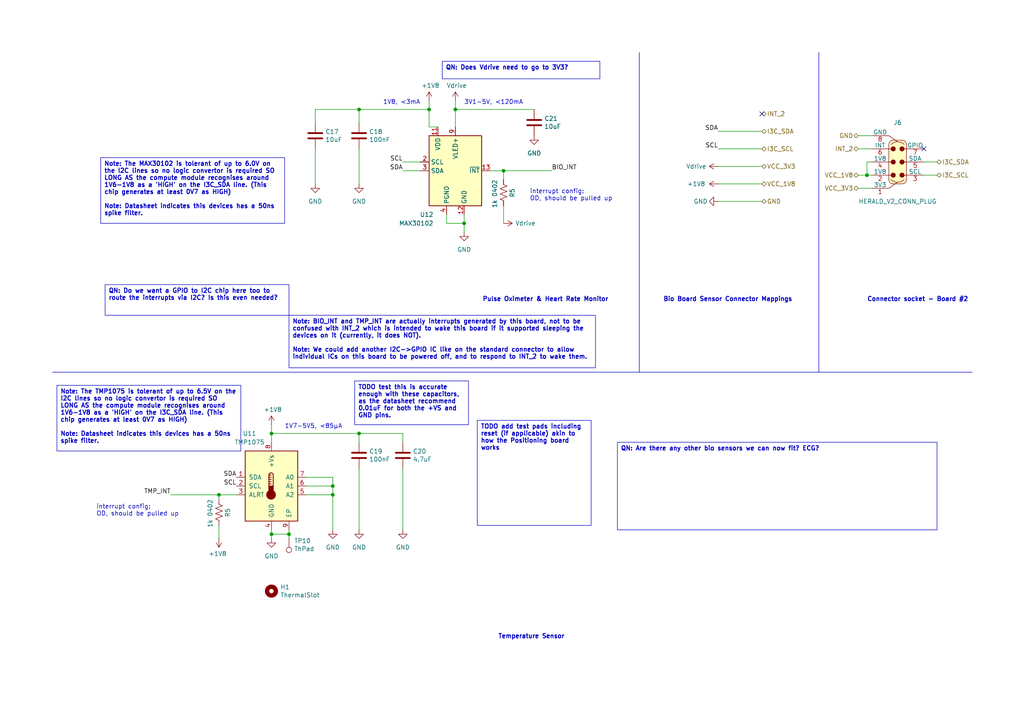
<source format=kicad_sch>
(kicad_sch (version 20230121) (generator eeschema)

  (uuid 183b0f39-d388-4d53-affa-2f188a5ae0db)

  (paper "A4")

  (title_block
    (title "Bio Board V1")
    (rev "1.0.0")
    (company "The Herald Project")
    (comment 1 "Copyright 2021-2023 All Rights Reserved")
    (comment 2 "Licensed under CERN OHL-P-V2")
  )

  (lib_symbols
    (symbol "Connector:TestPoint" (pin_numbers hide) (pin_names (offset 0.762) hide) (in_bom yes) (on_board yes)
      (property "Reference" "TP" (at 0 6.858 0)
        (effects (font (size 1.27 1.27)))
      )
      (property "Value" "TestPoint" (at 0 5.08 0)
        (effects (font (size 1.27 1.27)))
      )
      (property "Footprint" "" (at 5.08 0 0)
        (effects (font (size 1.27 1.27)) hide)
      )
      (property "Datasheet" "~" (at 5.08 0 0)
        (effects (font (size 1.27 1.27)) hide)
      )
      (property "ki_keywords" "test point tp" (at 0 0 0)
        (effects (font (size 1.27 1.27)) hide)
      )
      (property "ki_description" "test point" (at 0 0 0)
        (effects (font (size 1.27 1.27)) hide)
      )
      (property "ki_fp_filters" "Pin* Test*" (at 0 0 0)
        (effects (font (size 1.27 1.27)) hide)
      )
      (symbol "TestPoint_0_1"
        (circle (center 0 3.302) (radius 0.762)
          (stroke (width 0) (type default))
          (fill (type none))
        )
      )
      (symbol "TestPoint_1_1"
        (pin passive line (at 0 0 90) (length 2.54)
          (name "1" (effects (font (size 1.27 1.27))))
          (number "1" (effects (font (size 1.27 1.27))))
        )
      )
    )
    (symbol "Device:C" (pin_numbers hide) (pin_names (offset 0.254)) (in_bom yes) (on_board yes)
      (property "Reference" "C" (at 0.635 2.54 0)
        (effects (font (size 1.27 1.27)) (justify left))
      )
      (property "Value" "C" (at 0.635 -2.54 0)
        (effects (font (size 1.27 1.27)) (justify left))
      )
      (property "Footprint" "" (at 0.9652 -3.81 0)
        (effects (font (size 1.27 1.27)) hide)
      )
      (property "Datasheet" "~" (at 0 0 0)
        (effects (font (size 1.27 1.27)) hide)
      )
      (property "ki_keywords" "cap capacitor" (at 0 0 0)
        (effects (font (size 1.27 1.27)) hide)
      )
      (property "ki_description" "Unpolarized capacitor" (at 0 0 0)
        (effects (font (size 1.27 1.27)) hide)
      )
      (property "ki_fp_filters" "C_*" (at 0 0 0)
        (effects (font (size 1.27 1.27)) hide)
      )
      (symbol "C_0_1"
        (polyline
          (pts
            (xy -2.032 -0.762)
            (xy 2.032 -0.762)
          )
          (stroke (width 0.508) (type default))
          (fill (type none))
        )
        (polyline
          (pts
            (xy -2.032 0.762)
            (xy 2.032 0.762)
          )
          (stroke (width 0.508) (type default))
          (fill (type none))
        )
      )
      (symbol "C_1_1"
        (pin passive line (at 0 3.81 270) (length 2.794)
          (name "~" (effects (font (size 1.27 1.27))))
          (number "1" (effects (font (size 1.27 1.27))))
        )
        (pin passive line (at 0 -3.81 90) (length 2.794)
          (name "~" (effects (font (size 1.27 1.27))))
          (number "2" (effects (font (size 1.27 1.27))))
        )
      )
    )
    (symbol "Device:R_US" (pin_numbers hide) (pin_names (offset 0)) (in_bom yes) (on_board yes)
      (property "Reference" "R" (at 2.54 0 90)
        (effects (font (size 1.27 1.27)))
      )
      (property "Value" "R_US" (at -2.54 0 90)
        (effects (font (size 1.27 1.27)))
      )
      (property "Footprint" "" (at 1.016 -0.254 90)
        (effects (font (size 1.27 1.27)) hide)
      )
      (property "Datasheet" "~" (at 0 0 0)
        (effects (font (size 1.27 1.27)) hide)
      )
      (property "ki_keywords" "R res resistor" (at 0 0 0)
        (effects (font (size 1.27 1.27)) hide)
      )
      (property "ki_description" "Resistor, US symbol" (at 0 0 0)
        (effects (font (size 1.27 1.27)) hide)
      )
      (property "ki_fp_filters" "R_*" (at 0 0 0)
        (effects (font (size 1.27 1.27)) hide)
      )
      (symbol "R_US_0_1"
        (polyline
          (pts
            (xy 0 -2.286)
            (xy 0 -2.54)
          )
          (stroke (width 0) (type default))
          (fill (type none))
        )
        (polyline
          (pts
            (xy 0 2.286)
            (xy 0 2.54)
          )
          (stroke (width 0) (type default))
          (fill (type none))
        )
        (polyline
          (pts
            (xy 0 -0.762)
            (xy 1.016 -1.143)
            (xy 0 -1.524)
            (xy -1.016 -1.905)
            (xy 0 -2.286)
          )
          (stroke (width 0) (type default))
          (fill (type none))
        )
        (polyline
          (pts
            (xy 0 0.762)
            (xy 1.016 0.381)
            (xy 0 0)
            (xy -1.016 -0.381)
            (xy 0 -0.762)
          )
          (stroke (width 0) (type default))
          (fill (type none))
        )
        (polyline
          (pts
            (xy 0 2.286)
            (xy 1.016 1.905)
            (xy 0 1.524)
            (xy -1.016 1.143)
            (xy 0 0.762)
          )
          (stroke (width 0) (type default))
          (fill (type none))
        )
      )
      (symbol "R_US_1_1"
        (pin passive line (at 0 3.81 270) (length 1.27)
          (name "~" (effects (font (size 1.27 1.27))))
          (number "1" (effects (font (size 1.27 1.27))))
        )
        (pin passive line (at 0 -3.81 90) (length 1.27)
          (name "~" (effects (font (size 1.27 1.27))))
          (number "2" (effects (font (size 1.27 1.27))))
        )
      )
    )
    (symbol "Herald_Extras:HERALD_V2_CONN_PLUG" (pin_names (offset 0)) (in_bom yes) (on_board yes)
      (property "Reference" "J" (at 0 11.43 0)
        (effects (font (size 1.27 1.27)))
      )
      (property "Value" "HERALD_V2_CONN_PLUG" (at 0 -11.43 0)
        (effects (font (size 1.27 1.27)))
      )
      (property "Footprint" "" (at 0 3.81 0)
        (effects (font (size 1.27 1.27)) hide)
      )
      (property "Datasheet" "https://ele.kyocera.com/assets/products/connector/specification/201035861003.pdf" (at 1.27 -15.24 0)
        (effects (font (size 1.27 1.27)) hide)
      )
      (property "ki_keywords" "kyocera, 245861006004829+, 5861, herald, plug" (at 0 0 0)
        (effects (font (size 1.27 1.27)) hide)
      )
      (property "ki_description" "Herald extension boards plug connector. Kyocera 245861006004829+" (at 0 0 0)
        (effects (font (size 1.27 1.27)) hide)
      )
      (symbol "HERALD_V2_CONN_PLUG_0_1"
        (polyline
          (pts
            (xy -2.54 -7.62)
            (xy 0 -5.842)
          )
          (stroke (width 0) (type default))
          (fill (type none))
        )
        (polyline
          (pts
            (xy -2.54 -3.81)
            (xy -1.905 -3.81)
          )
          (stroke (width 0) (type default))
          (fill (type none))
        )
        (polyline
          (pts
            (xy -2.54 0)
            (xy -1.905 0)
          )
          (stroke (width 0) (type default))
          (fill (type none))
        )
        (polyline
          (pts
            (xy -2.54 3.81)
            (xy -1.905 3.81)
          )
          (stroke (width 0) (type default))
          (fill (type none))
        )
        (polyline
          (pts
            (xy -2.54 7.62)
            (xy 0 5.842)
          )
          (stroke (width 0) (type default))
          (fill (type none))
        )
        (polyline
          (pts
            (xy 2.54 -3.81)
            (xy 1.905 -3.81)
          )
          (stroke (width 0) (type default))
          (fill (type none))
        )
        (polyline
          (pts
            (xy 2.54 0)
            (xy 1.905 0)
          )
          (stroke (width 0) (type default))
          (fill (type none))
        )
        (polyline
          (pts
            (xy 2.54 3.81)
            (xy 1.905 3.81)
          )
          (stroke (width 0) (type default))
          (fill (type none))
        )
      )
      (symbol "HERALD_V2_CONN_PLUG_1_1"
        (arc (start -2.54 -5.08) (mid -2.168 -5.978) (end -1.27 -6.35)
          (stroke (width 0) (type default))
          (fill (type background))
        )
        (rectangle (start -2.54 5.08) (end 2.54 -5.08)
          (stroke (width -0.0001) (type default))
          (fill (type background))
        )
        (arc (start -1.905 -5.08) (mid 0 -5.8677) (end 1.905 -5.08)
          (stroke (width 0) (type default))
          (fill (type none))
        )
        (rectangle (start -1.27 -5.08) (end 1.27 -6.35)
          (stroke (width -0.0001) (type default))
          (fill (type background))
        )
        (circle (center -1.27 -3.81) (radius 0.635)
          (stroke (width 0) (type default))
          (fill (type outline))
        )
        (circle (center -1.27 0) (radius 0.635)
          (stroke (width 0) (type default))
          (fill (type outline))
        )
        (circle (center -1.27 3.81) (radius 0.635)
          (stroke (width 0) (type default))
          (fill (type outline))
        )
        (arc (start -1.27 6.35) (mid -2.168 5.978) (end -2.54 5.08)
          (stroke (width 0) (type default))
          (fill (type background))
        )
        (rectangle (start -1.27 6.35) (end 1.27 5.08)
          (stroke (width -0.0001) (type default))
          (fill (type background))
        )
        (polyline
          (pts
            (xy -2.54 5.08)
            (xy -2.54 -5.08)
          )
          (stroke (width 0) (type default))
          (fill (type none))
        )
        (polyline
          (pts
            (xy -1.27 -6.35)
            (xy 1.27 -6.35)
          )
          (stroke (width 0) (type default))
          (fill (type none))
        )
        (polyline
          (pts
            (xy -1.27 6.35)
            (xy 1.27 6.35)
          )
          (stroke (width 0) (type default))
          (fill (type none))
        )
        (polyline
          (pts
            (xy 2.54 -5.08)
            (xy 2.54 5.08)
          )
          (stroke (width 0) (type default))
          (fill (type none))
        )
        (arc (start 1.27 -6.35) (mid 2.168 -5.978) (end 2.54 -5.08)
          (stroke (width 0) (type default))
          (fill (type background))
        )
        (circle (center 1.27 -3.81) (radius 0.635)
          (stroke (width 0) (type default))
          (fill (type outline))
        )
        (circle (center 1.27 0) (radius 0.635)
          (stroke (width 0) (type default))
          (fill (type outline))
        )
        (circle (center 1.27 3.81) (radius 0.635)
          (stroke (width 0) (type default))
          (fill (type outline))
        )
        (arc (start 1.905 5.0841) (mid 0 5.872) (end -1.905 5.0841)
          (stroke (width 0) (type default))
          (fill (type none))
        )
        (arc (start 2.54 5.08) (mid 2.168 5.978) (end 1.27 6.35)
          (stroke (width 0) (type default))
          (fill (type background))
        )
        (text private "Note: Signal (and 1V8 pins) are each max 0.5A, 3V3 and GND are both max 5A" (at 1.27 -22.86 0)
          (effects (font (face "KiCad Font") (size 1.27 1.27)))
        )
        (text private "Note: You MUST join both 1V8 pins together immediately to allow greater current." (at 1.27 -19.05 0)
          (effects (font (face "KiCad Font") (size 1.27 1.27)))
        )
        (pin passive line (at -7.62 -7.62 0) (length 5.08)
          (name "3V3" (effects (font (size 1.27 1.27))))
          (number "1" (effects (font (size 1.27 1.27))))
        )
        (pin passive line (at -7.62 -3.81 0) (length 5.08)
          (name "1V8" (effects (font (size 1.27 1.27))))
          (number "2" (effects (font (size 1.27 1.27))))
        )
        (pin passive line (at 7.62 -3.81 180) (length 5.08)
          (name "SCL" (effects (font (size 1.27 1.27))))
          (number "3" (effects (font (size 1.27 1.27))))
        )
        (pin passive line (at -7.62 0 0) (length 5.08)
          (name "1V8" (effects (font (size 1.27 1.27))))
          (number "4" (effects (font (size 1.27 1.27))))
        )
        (pin bidirectional line (at 7.62 0 180) (length 5.08)
          (name "SDA" (effects (font (size 1.27 1.27))))
          (number "5" (effects (font (size 1.27 1.27))))
        )
        (pin bidirectional line (at -7.62 3.81 0) (length 5.08)
          (name "INT" (effects (font (size 1.27 1.27))))
          (number "6" (effects (font (size 1.27 1.27))))
        )
        (pin bidirectional line (at 7.62 3.81 180) (length 5.08)
          (name "GPIO" (effects (font (size 1.27 1.27))))
          (number "7" (effects (font (size 1.27 1.27))))
        )
        (pin passive line (at -7.62 7.62 0) (length 5.08)
          (name "GND" (effects (font (size 1.27 1.27))))
          (number "8" (effects (font (size 1.27 1.27))))
        )
      )
    )
    (symbol "Herald_Extras:TMP1075" (pin_names (offset 1.016)) (in_bom yes) (on_board yes)
      (property "Reference" "U" (at -6.35 11.43 0)
        (effects (font (size 1.27 1.27)))
      )
      (property "Value" "TMP1075" (at 0 11.43 0)
        (effects (font (size 1.27 1.27)) (justify left))
      )
      (property "Footprint" "" (at 0 0 0)
        (effects (font (size 1.27 1.27)) hide)
      )
      (property "Datasheet" "https://www.ti.com/lit/ds/symlink/tmp1075.pdf" (at 0 0 0)
        (effects (font (size 1.27 1.27)) hide)
      )
      (property "ki_keywords" "Temperature sensor LM75" (at 0 0 0)
        (effects (font (size 1.27 1.27)) hide)
      )
      (property "ki_description" "Digital Temperature Sensor in LM75 package, SOIC-8, VSSOP-8, WSON-8" (at 0 0 0)
        (effects (font (size 1.27 1.27)) hide)
      )
      (property "ki_fp_filters" "SOIC*3.9x4.9mm*P1.27mm* VSSOP*3.0x3.0mm*P0.65mm* WSON*2.0x2.0mm*" (at 0 0 0)
        (effects (font (size 1.27 1.27)) hide)
      )
      (symbol "TMP1075_0_1"
        (rectangle (start -7.62 10.16) (end 7.62 -10.16)
          (stroke (width 0.254) (type solid))
          (fill (type background))
        )
        (circle (center -0.127 -2.54) (radius 1.27)
          (stroke (width 0.254) (type solid))
          (fill (type outline))
        )
        (polyline
          (pts
            (xy -0.762 0.635)
            (xy -0.127 0.635)
          )
          (stroke (width 0.254) (type solid))
          (fill (type none))
        )
        (polyline
          (pts
            (xy -0.762 1.27)
            (xy -0.127 1.27)
          )
          (stroke (width 0.254) (type solid))
          (fill (type none))
        )
        (polyline
          (pts
            (xy -0.762 1.905)
            (xy -0.127 1.905)
          )
          (stroke (width 0.254) (type solid))
          (fill (type none))
        )
        (polyline
          (pts
            (xy -0.762 2.54)
            (xy -0.127 2.54)
          )
          (stroke (width 0.254) (type solid))
          (fill (type none))
        )
        (polyline
          (pts
            (xy -0.762 3.175)
            (xy -0.762 0)
          )
          (stroke (width 0.254) (type solid))
          (fill (type none))
        )
        (polyline
          (pts
            (xy -0.762 3.175)
            (xy -0.127 3.175)
          )
          (stroke (width 0.254) (type solid))
          (fill (type none))
        )
        (polyline
          (pts
            (xy 0.508 3.175)
            (xy 0.508 0)
          )
          (stroke (width 0.254) (type solid))
          (fill (type none))
        )
        (rectangle (start 0.508 -1.905) (end -0.762 0)
          (stroke (width 0.254) (type solid))
          (fill (type outline))
        )
        (arc (start 0.508 3.175) (mid -0.127 3.8073) (end -0.762 3.175)
          (stroke (width 0.254) (type solid))
          (fill (type none))
        )
      )
      (symbol "TMP1075_1_1"
        (pin bidirectional line (at -10.16 2.54 0) (length 2.54)
          (name "SDA" (effects (font (size 1.27 1.27))))
          (number "1" (effects (font (size 1.27 1.27))))
        )
        (pin input line (at -10.16 0 0) (length 2.54)
          (name "SCL" (effects (font (size 1.27 1.27))))
          (number "2" (effects (font (size 1.27 1.27))))
        )
        (pin output line (at -10.16 -2.54 0) (length 2.54)
          (name "ALRT" (effects (font (size 1.27 1.27))))
          (number "3" (effects (font (size 1.27 1.27))))
        )
        (pin power_in line (at 0 -12.7 90) (length 2.54)
          (name "GND" (effects (font (size 1.27 1.27))))
          (number "4" (effects (font (size 1.27 1.27))))
        )
        (pin input line (at 10.16 -2.54 180) (length 2.54)
          (name "A2" (effects (font (size 1.27 1.27))))
          (number "5" (effects (font (size 1.27 1.27))))
        )
        (pin input line (at 10.16 0 180) (length 2.54)
          (name "A1" (effects (font (size 1.27 1.27))))
          (number "6" (effects (font (size 1.27 1.27))))
        )
        (pin input line (at 10.16 2.54 180) (length 2.54)
          (name "A0" (effects (font (size 1.27 1.27))))
          (number "7" (effects (font (size 1.27 1.27))))
        )
        (pin power_in line (at 0 12.7 270) (length 2.54)
          (name "+Vs" (effects (font (size 1.27 1.27))))
          (number "8" (effects (font (size 1.27 1.27))))
        )
        (pin passive line (at 5.08 -12.7 90) (length 2.54)
          (name "EP" (effects (font (size 1.27 1.27))))
          (number "9" (effects (font (size 1.27 1.27))))
        )
      )
    )
    (symbol "Mechanical:MountingHole" (pin_names (offset 1.016)) (in_bom yes) (on_board yes)
      (property "Reference" "H" (at 0 5.08 0)
        (effects (font (size 1.27 1.27)))
      )
      (property "Value" "MountingHole" (at 0 3.175 0)
        (effects (font (size 1.27 1.27)))
      )
      (property "Footprint" "" (at 0 0 0)
        (effects (font (size 1.27 1.27)) hide)
      )
      (property "Datasheet" "~" (at 0 0 0)
        (effects (font (size 1.27 1.27)) hide)
      )
      (property "ki_keywords" "mounting hole" (at 0 0 0)
        (effects (font (size 1.27 1.27)) hide)
      )
      (property "ki_description" "Mounting Hole without connection" (at 0 0 0)
        (effects (font (size 1.27 1.27)) hide)
      )
      (property "ki_fp_filters" "MountingHole*" (at 0 0 0)
        (effects (font (size 1.27 1.27)) hide)
      )
      (symbol "MountingHole_0_1"
        (circle (center 0 0) (radius 1.27)
          (stroke (width 1.27) (type default))
          (fill (type none))
        )
      )
    )
    (symbol "Sensor:MAX30102" (in_bom yes) (on_board yes)
      (property "Reference" "U" (at 7.62 15.24 0)
        (effects (font (size 1.27 1.27)))
      )
      (property "Value" "MAX30102" (at 7.62 12.7 0)
        (effects (font (size 1.27 1.27)))
      )
      (property "Footprint" "OptoDevice:Maxim_OLGA-14_3.3x5.6mm_P0.8mm" (at 0 -2.54 0)
        (effects (font (size 1.27 1.27)) hide)
      )
      (property "Datasheet" "https://datasheets.maximintegrated.com/en/ds/MAX30102.pdf" (at 0 0 0)
        (effects (font (size 1.27 1.27)) hide)
      )
      (property "ki_keywords" "Heart Rate" (at 0 0 0)
        (effects (font (size 1.27 1.27)) hide)
      )
      (property "ki_description" "Heart Rate Sensor, 14-OLGA" (at 0 0 0)
        (effects (font (size 1.27 1.27)) hide)
      )
      (property "ki_fp_filters" "Maxim*OLGA*3.3x5.6mm*P0.8mm*" (at 0 0 0)
        (effects (font (size 1.27 1.27)) hide)
      )
      (symbol "MAX30102_0_1"
        (rectangle (start -7.62 10.16) (end 7.62 -10.16)
          (stroke (width 0.254) (type default))
          (fill (type background))
        )
      )
      (symbol "MAX30102_1_1"
        (pin no_connect line (at -7.62 5.08 0) (length 2.54) hide
          (name "NC" (effects (font (size 1.27 1.27))))
          (number "1" (effects (font (size 1.27 1.27))))
        )
        (pin passive line (at 0 12.7 270) (length 2.54) hide
          (name "VLED+" (effects (font (size 1.27 1.27))))
          (number "10" (effects (font (size 1.27 1.27))))
        )
        (pin power_in line (at -5.08 12.7 270) (length 2.54)
          (name "VDD" (effects (font (size 1.27 1.27))))
          (number "11" (effects (font (size 1.27 1.27))))
        )
        (pin power_in line (at 2.54 -12.7 90) (length 2.54)
          (name "GND" (effects (font (size 1.27 1.27))))
          (number "12" (effects (font (size 1.27 1.27))))
        )
        (pin output line (at 10.16 0 180) (length 2.54)
          (name "~{INT}" (effects (font (size 1.27 1.27))))
          (number "13" (effects (font (size 1.27 1.27))))
        )
        (pin no_connect line (at 7.62 2.54 180) (length 2.54) hide
          (name "NC" (effects (font (size 1.27 1.27))))
          (number "14" (effects (font (size 1.27 1.27))))
        )
        (pin input line (at -10.16 2.54 0) (length 2.54)
          (name "SCL" (effects (font (size 1.27 1.27))))
          (number "2" (effects (font (size 1.27 1.27))))
        )
        (pin bidirectional line (at -10.16 0 0) (length 2.54)
          (name "SDA" (effects (font (size 1.27 1.27))))
          (number "3" (effects (font (size 1.27 1.27))))
        )
        (pin power_in line (at -2.54 -12.7 90) (length 2.54)
          (name "PGND" (effects (font (size 1.27 1.27))))
          (number "4" (effects (font (size 1.27 1.27))))
        )
        (pin no_connect line (at 7.62 -7.62 180) (length 2.54) hide
          (name "NC" (effects (font (size 1.27 1.27))))
          (number "5" (effects (font (size 1.27 1.27))))
        )
        (pin no_connect line (at 7.62 -5.08 180) (length 2.54) hide
          (name "NC" (effects (font (size 1.27 1.27))))
          (number "6" (effects (font (size 1.27 1.27))))
        )
        (pin no_connect line (at -7.62 -2.54 0) (length 2.54) hide
          (name "NC" (effects (font (size 1.27 1.27))))
          (number "7" (effects (font (size 1.27 1.27))))
        )
        (pin no_connect line (at 7.62 5.08 180) (length 2.54) hide
          (name "NC" (effects (font (size 1.27 1.27))))
          (number "8" (effects (font (size 1.27 1.27))))
        )
        (pin power_in line (at 0 12.7 270) (length 2.54)
          (name "VLED+" (effects (font (size 1.27 1.27))))
          (number "9" (effects (font (size 1.27 1.27))))
        )
      )
    )
    (symbol "power:+1V8" (power) (pin_names (offset 0)) (in_bom yes) (on_board yes)
      (property "Reference" "#PWR" (at 0 -3.81 0)
        (effects (font (size 1.27 1.27)) hide)
      )
      (property "Value" "+1V8" (at 0 3.556 0)
        (effects (font (size 1.27 1.27)))
      )
      (property "Footprint" "" (at 0 0 0)
        (effects (font (size 1.27 1.27)) hide)
      )
      (property "Datasheet" "" (at 0 0 0)
        (effects (font (size 1.27 1.27)) hide)
      )
      (property "ki_keywords" "global power" (at 0 0 0)
        (effects (font (size 1.27 1.27)) hide)
      )
      (property "ki_description" "Power symbol creates a global label with name \"+1V8\"" (at 0 0 0)
        (effects (font (size 1.27 1.27)) hide)
      )
      (symbol "+1V8_0_1"
        (polyline
          (pts
            (xy -0.762 1.27)
            (xy 0 2.54)
          )
          (stroke (width 0) (type default))
          (fill (type none))
        )
        (polyline
          (pts
            (xy 0 0)
            (xy 0 2.54)
          )
          (stroke (width 0) (type default))
          (fill (type none))
        )
        (polyline
          (pts
            (xy 0 2.54)
            (xy 0.762 1.27)
          )
          (stroke (width 0) (type default))
          (fill (type none))
        )
      )
      (symbol "+1V8_1_1"
        (pin power_in line (at 0 0 90) (length 0) hide
          (name "+1V8" (effects (font (size 1.27 1.27))))
          (number "1" (effects (font (size 1.27 1.27))))
        )
      )
    )
    (symbol "power:GND" (power) (pin_names (offset 0)) (in_bom yes) (on_board yes)
      (property "Reference" "#PWR" (at 0 -6.35 0)
        (effects (font (size 1.27 1.27)) hide)
      )
      (property "Value" "GND" (at 0 -3.81 0)
        (effects (font (size 1.27 1.27)))
      )
      (property "Footprint" "" (at 0 0 0)
        (effects (font (size 1.27 1.27)) hide)
      )
      (property "Datasheet" "" (at 0 0 0)
        (effects (font (size 1.27 1.27)) hide)
      )
      (property "ki_keywords" "global power" (at 0 0 0)
        (effects (font (size 1.27 1.27)) hide)
      )
      (property "ki_description" "Power symbol creates a global label with name \"GND\" , ground" (at 0 0 0)
        (effects (font (size 1.27 1.27)) hide)
      )
      (symbol "GND_0_1"
        (polyline
          (pts
            (xy 0 0)
            (xy 0 -1.27)
            (xy 1.27 -1.27)
            (xy 0 -2.54)
            (xy -1.27 -1.27)
            (xy 0 -1.27)
          )
          (stroke (width 0) (type default))
          (fill (type none))
        )
      )
      (symbol "GND_1_1"
        (pin power_in line (at 0 0 270) (length 0) hide
          (name "GND" (effects (font (size 1.27 1.27))))
          (number "1" (effects (font (size 1.27 1.27))))
        )
      )
    )
    (symbol "power:Vdrive" (power) (pin_names (offset 0)) (in_bom yes) (on_board yes)
      (property "Reference" "#PWR" (at -5.08 -3.81 0)
        (effects (font (size 1.27 1.27)) hide)
      )
      (property "Value" "Vdrive" (at 0 3.81 0)
        (effects (font (size 1.27 1.27)))
      )
      (property "Footprint" "" (at 0 0 0)
        (effects (font (size 1.27 1.27)) hide)
      )
      (property "Datasheet" "" (at 0 0 0)
        (effects (font (size 1.27 1.27)) hide)
      )
      (property "ki_keywords" "global power" (at 0 0 0)
        (effects (font (size 1.27 1.27)) hide)
      )
      (property "ki_description" "Power symbol creates a global label with name \"Vdrive\"" (at 0 0 0)
        (effects (font (size 1.27 1.27)) hide)
      )
      (symbol "Vdrive_0_1"
        (polyline
          (pts
            (xy -0.762 1.27)
            (xy 0 2.54)
          )
          (stroke (width 0) (type default))
          (fill (type none))
        )
        (polyline
          (pts
            (xy 0 0)
            (xy 0 2.54)
          )
          (stroke (width 0) (type default))
          (fill (type none))
        )
        (polyline
          (pts
            (xy 0 2.54)
            (xy 0.762 1.27)
          )
          (stroke (width 0) (type default))
          (fill (type none))
        )
      )
      (symbol "Vdrive_1_1"
        (pin power_in line (at 0 0 90) (length 0) hide
          (name "Vdrive" (effects (font (size 1.27 1.27))))
          (number "1" (effects (font (size 1.27 1.27))))
        )
      )
    )
  )

  (junction (at 132.08 31.75) (diameter 0) (color 0 0 0 0)
    (uuid 0d67cb69-2292-41aa-8c03-c9158cef922c)
  )
  (junction (at 63.5 143.51) (diameter 0) (color 0 0 0 0)
    (uuid 2802948b-8de3-4fed-9f74-fbbd246d5bd3)
  )
  (junction (at 83.82 154.94) (diameter 0) (color 0 0 0 0)
    (uuid 2884a35b-aaa3-4180-b604-ae69eb3d3a07)
  )
  (junction (at 78.74 125.73) (diameter 0) (color 0 0 0 0)
    (uuid 35ec6171-35e3-4c5c-82ad-c2487184f374)
  )
  (junction (at 146.05 49.53) (diameter 0) (color 0 0 0 0)
    (uuid 3dae2b6d-ac5c-44ad-a11e-2539919359a2)
  )
  (junction (at 78.74 154.94) (diameter 0) (color 0 0 0 0)
    (uuid 4a377fed-fadb-4856-bc3e-9118d0c2b00d)
  )
  (junction (at 124.46 31.75) (diameter 0) (color 0 0 0 0)
    (uuid 51e2ab3d-62ed-4c77-ba28-e74ae4e8f453)
  )
  (junction (at 96.52 140.97) (diameter 0) (color 0 0 0 0)
    (uuid 99a4111d-a54f-4ad3-af4f-5144c2969b95)
  )
  (junction (at 104.14 31.75) (diameter 0) (color 0 0 0 0)
    (uuid 9ac8d76c-a99c-4ace-9946-070df22600d0)
  )
  (junction (at 96.52 143.51) (diameter 0) (color 0 0 0 0)
    (uuid ba8c74f6-7bf5-451a-bb53-b3a1b3f74177)
  )
  (junction (at 251.46 50.8) (diameter 0) (color 0 0 0 0)
    (uuid de4f3a5c-0a4e-417a-88bd-e3c1b5ee883a)
  )
  (junction (at 134.62 64.77) (diameter 0) (color 0 0 0 0)
    (uuid efdc77b6-e036-4ce5-b059-8e8b3d078350)
  )
  (junction (at 104.14 125.73) (diameter 0) (color 0 0 0 0)
    (uuid f84febbf-5bf3-440e-a9a9-0bae027138ef)
  )

  (no_connect (at 220.98 33.02) (uuid bec418ac-6d6e-45d7-b80b-4d5983aba933))
  (no_connect (at 267.97 43.18) (uuid c7c18e2e-273c-4d7c-886c-e3de90f9c5a4))

  (wire (pts (xy 83.82 154.94) (xy 83.82 156.21))
    (stroke (width 0) (type default))
    (uuid 005c89b5-ec3a-45a7-abc9-08adb885917a)
  )
  (wire (pts (xy 96.52 153.67) (xy 96.52 143.51))
    (stroke (width 0) (type default))
    (uuid 013179b3-c7ea-41e3-96c8-67470225fd9e)
  )
  (wire (pts (xy 104.14 135.89) (xy 104.14 153.67))
    (stroke (width 0) (type default))
    (uuid 015a4fa3-8652-4d62-8df5-90dc98ed6418)
  )
  (wire (pts (xy 78.74 125.73) (xy 104.14 125.73))
    (stroke (width 0) (type default))
    (uuid 02147316-0f6e-4cb1-bbe3-4df694f0e646)
  )
  (wire (pts (xy 142.24 49.53) (xy 146.05 49.53))
    (stroke (width 0) (type default))
    (uuid 0c62532e-1c58-44da-94d7-50d8977c16b6)
  )
  (wire (pts (xy 78.74 154.94) (xy 78.74 156.21))
    (stroke (width 0) (type default))
    (uuid 11778ca9-4b9b-4ece-b2af-4b6c2d213d9e)
  )
  (wire (pts (xy 124.46 29.21) (xy 124.46 31.75))
    (stroke (width 0) (type default))
    (uuid 12c2f389-eb56-4c59-9e93-fdf5cb42b523)
  )
  (wire (pts (xy 104.14 31.75) (xy 124.46 31.75))
    (stroke (width 0) (type default))
    (uuid 23dc230a-0994-4370-93f6-cd9d24c49960)
  )
  (wire (pts (xy 129.54 64.77) (xy 134.62 64.77))
    (stroke (width 0) (type default))
    (uuid 25925323-7dca-4498-b60f-58826d9bc40c)
  )
  (wire (pts (xy 88.9 140.97) (xy 96.52 140.97))
    (stroke (width 0) (type default))
    (uuid 261e1069-c27a-4694-801e-e0a41e43b1a3)
  )
  (wire (pts (xy 248.92 54.61) (xy 252.73 54.61))
    (stroke (width 0) (type default))
    (uuid 2684acf1-7b26-4faf-9b8e-322bc6fdd07e)
  )
  (wire (pts (xy 104.14 35.56) (xy 104.14 31.75))
    (stroke (width 0) (type default))
    (uuid 2a3c4909-7b09-4d7f-aef5-559ba26d4757)
  )
  (wire (pts (xy 146.05 49.53) (xy 146.05 52.07))
    (stroke (width 0) (type default))
    (uuid 2bfaaf5c-997c-44bf-9d46-66e9cb239f90)
  )
  (wire (pts (xy 63.5 143.51) (xy 68.58 143.51))
    (stroke (width 0) (type default))
    (uuid 2c407a57-8b85-4f7b-9f0f-4fcb0acc9718)
  )
  (wire (pts (xy 252.73 46.99) (xy 251.46 46.99))
    (stroke (width 0) (type default))
    (uuid 2f483783-d5cc-4d89-aa0c-07f220939161)
  )
  (wire (pts (xy 267.97 50.8) (xy 271.78 50.8))
    (stroke (width 0) (type default))
    (uuid 3096ceb2-d650-467f-adb1-e4adee45413d)
  )
  (wire (pts (xy 78.74 125.73) (xy 78.74 128.27))
    (stroke (width 0) (type default))
    (uuid 3ac2547e-e037-4654-8f7a-4123e45743d7)
  )
  (wire (pts (xy 116.84 128.27) (xy 116.84 125.73))
    (stroke (width 0) (type default))
    (uuid 3e40a31d-6f97-4420-828c-3de32d202ea3)
  )
  (wire (pts (xy 63.5 152.4) (xy 63.5 156.21))
    (stroke (width 0) (type default))
    (uuid 478a14bb-93de-40f9-be3e-681fadd8482b)
  )
  (polyline (pts (xy 15.24 107.95) (xy 281.94 107.95))
    (stroke (width 0) (type default))
    (uuid 4e0c486a-1a6a-4145-b086-8f1b594e51dc)
  )

  (wire (pts (xy 146.05 59.69) (xy 146.05 64.77))
    (stroke (width 0) (type default))
    (uuid 4e616ab8-dead-4907-bb4d-e629be694796)
  )
  (wire (pts (xy 129.54 62.23) (xy 129.54 64.77))
    (stroke (width 0) (type default))
    (uuid 51256f74-3faa-4fc7-8e97-be3bf320d670)
  )
  (wire (pts (xy 49.53 143.51) (xy 63.5 143.51))
    (stroke (width 0) (type default))
    (uuid 5a758604-1fa5-4173-8014-9bd405b5f453)
  )
  (wire (pts (xy 134.62 62.23) (xy 134.62 64.77))
    (stroke (width 0) (type default))
    (uuid 5b73318c-1e97-47fe-8063-3e213f4aa881)
  )
  (wire (pts (xy 78.74 153.67) (xy 78.74 154.94))
    (stroke (width 0) (type default))
    (uuid 5efb0e76-fb58-450f-a489-f17ce05262dc)
  )
  (wire (pts (xy 267.97 46.99) (xy 271.78 46.99))
    (stroke (width 0) (type default))
    (uuid 63894f56-8aed-43f4-97ee-46cc91c3f238)
  )
  (wire (pts (xy 208.28 38.1) (xy 220.98 38.1))
    (stroke (width 0) (type default))
    (uuid 647cafc2-ed37-4d2f-9236-093341accc38)
  )
  (wire (pts (xy 248.92 50.8) (xy 251.46 50.8))
    (stroke (width 0) (type default))
    (uuid 6928a4b5-07bc-453a-8a9f-aa01c193975d)
  )
  (polyline (pts (xy 237.49 15.24) (xy 237.49 107.95))
    (stroke (width 0) (type default))
    (uuid 6a45095f-c976-4fc6-8daa-6433108dada3)
  )

  (wire (pts (xy 208.28 58.42) (xy 220.98 58.42))
    (stroke (width 0) (type default))
    (uuid 6edebafd-85f9-4071-afe6-21782f538a46)
  )
  (wire (pts (xy 91.44 31.75) (xy 104.14 31.75))
    (stroke (width 0) (type default))
    (uuid 7695a777-2204-4ed7-bd03-94224bedd2c5)
  )
  (wire (pts (xy 104.14 125.73) (xy 116.84 125.73))
    (stroke (width 0) (type default))
    (uuid 79102756-1a5c-4496-9252-bf00e4c7f784)
  )
  (wire (pts (xy 116.84 46.99) (xy 121.92 46.99))
    (stroke (width 0) (type default))
    (uuid 7bea5873-5984-46fe-a185-aba70068e2a7)
  )
  (wire (pts (xy 91.44 43.18) (xy 91.44 53.34))
    (stroke (width 0) (type default))
    (uuid 84a740c9-6a03-40d2-8084-c4bbaf41a329)
  )
  (wire (pts (xy 116.84 135.89) (xy 116.84 153.67))
    (stroke (width 0) (type default))
    (uuid 922dbf27-ebe1-4104-b50d-6a175a665b96)
  )
  (wire (pts (xy 104.14 128.27) (xy 104.14 125.73))
    (stroke (width 0) (type default))
    (uuid 954c6745-54cd-4368-8dff-d64afe25396e)
  )
  (wire (pts (xy 248.92 43.18) (xy 252.73 43.18))
    (stroke (width 0) (type default))
    (uuid 9c5c1c2c-ca3d-4b31-a61c-93d376cce7d6)
  )
  (wire (pts (xy 132.08 29.21) (xy 132.08 31.75))
    (stroke (width 0) (type default))
    (uuid 9e5142c9-d861-4c5b-9747-e1cc7f95f7e4)
  )
  (wire (pts (xy 88.9 143.51) (xy 96.52 143.51))
    (stroke (width 0) (type default))
    (uuid 9fdb3590-b905-452f-a56d-733742277659)
  )
  (wire (pts (xy 132.08 36.83) (xy 132.08 31.75))
    (stroke (width 0) (type default))
    (uuid a2a91615-b9b4-4d73-9940-1189c3831264)
  )
  (polyline (pts (xy 185.42 15.24) (xy 185.42 107.95))
    (stroke (width 0) (type default))
    (uuid acd5f68b-86dc-4196-a12f-0025d9db76f6)
  )

  (wire (pts (xy 124.46 31.75) (xy 124.46 36.83))
    (stroke (width 0) (type default))
    (uuid af433e88-a4fb-43ea-b0ab-aa3326209ba4)
  )
  (wire (pts (xy 154.94 31.75) (xy 132.08 31.75))
    (stroke (width 0) (type default))
    (uuid b08a1663-5e07-401b-9db9-5ebb18b1ca31)
  )
  (wire (pts (xy 208.28 43.18) (xy 220.98 43.18))
    (stroke (width 0) (type default))
    (uuid b4ff0ee5-d1f1-4a1b-b6ba-a9b092cf55b9)
  )
  (wire (pts (xy 248.92 39.37) (xy 252.73 39.37))
    (stroke (width 0) (type default))
    (uuid b5015f46-180d-4aa7-a203-e8764aec2d95)
  )
  (wire (pts (xy 96.52 143.51) (xy 96.52 140.97))
    (stroke (width 0) (type default))
    (uuid bb2e5a9e-c43c-4d87-a3b4-06d25e19ce5b)
  )
  (wire (pts (xy 208.28 48.26) (xy 220.98 48.26))
    (stroke (width 0) (type default))
    (uuid bc666449-c301-4bed-99c4-fdb013100998)
  )
  (wire (pts (xy 134.62 64.77) (xy 134.62 67.31))
    (stroke (width 0) (type default))
    (uuid c05c5e4c-54af-4182-bc58-ccfc926fb843)
  )
  (wire (pts (xy 96.52 138.43) (xy 88.9 138.43))
    (stroke (width 0) (type default))
    (uuid c1c0060c-97a4-4b64-b791-0e3dcddd2755)
  )
  (wire (pts (xy 96.52 140.97) (xy 96.52 138.43))
    (stroke (width 0) (type default))
    (uuid c2807c59-817c-4dec-8688-4340add58774)
  )
  (wire (pts (xy 124.46 36.83) (xy 127 36.83))
    (stroke (width 0) (type default))
    (uuid c327412f-8a07-490b-8bbc-16b47721cb63)
  )
  (wire (pts (xy 116.84 49.53) (xy 121.92 49.53))
    (stroke (width 0) (type default))
    (uuid c7b9d0ab-bc1f-4bf0-aec6-6ada338f4e35)
  )
  (wire (pts (xy 78.74 123.19) (xy 78.74 125.73))
    (stroke (width 0) (type default))
    (uuid d5dceb54-e493-4f2d-b454-73e45aea520f)
  )
  (wire (pts (xy 251.46 46.99) (xy 251.46 50.8))
    (stroke (width 0) (type default))
    (uuid d7b171c2-64b2-45a8-8c80-b24c2f78428c)
  )
  (wire (pts (xy 146.05 49.53) (xy 160.02 49.53))
    (stroke (width 0) (type default))
    (uuid dbaa070a-c9ee-447e-8c28-d5e5f4d7232c)
  )
  (wire (pts (xy 91.44 35.56) (xy 91.44 31.75))
    (stroke (width 0) (type default))
    (uuid e12d78c1-0286-44af-b2a7-5b1a7ed1fc58)
  )
  (wire (pts (xy 251.46 50.8) (xy 252.73 50.8))
    (stroke (width 0) (type default))
    (uuid e7647402-fe03-4d7f-b80c-021a2bd7562f)
  )
  (wire (pts (xy 208.28 53.34) (xy 220.98 53.34))
    (stroke (width 0) (type default))
    (uuid ec7823e0-db8b-4b7b-a295-338c6f597e14)
  )
  (wire (pts (xy 63.5 144.78) (xy 63.5 143.51))
    (stroke (width 0) (type default))
    (uuid ee390fdc-45fa-4af8-8381-4514768964a2)
  )
  (wire (pts (xy 78.74 154.94) (xy 83.82 154.94))
    (stroke (width 0) (type default))
    (uuid eeb2a15c-0f77-453c-b7d3-5941c9efa5eb)
  )
  (wire (pts (xy 83.82 153.67) (xy 83.82 154.94))
    (stroke (width 0) (type default))
    (uuid f82e4428-4b80-43b5-b490-09aea2ea80aa)
  )
  (wire (pts (xy 104.14 43.18) (xy 104.14 53.34))
    (stroke (width 0) (type default))
    (uuid ff5f40a5-e426-44c4-a29c-f91238e2a63a)
  )

  (text_box "QN: Are there any other bio sensors we can now fit? ECG?"
    (at 179.07 128.27 0) (size 92.71 25.4)
    (stroke (width 0) (type default))
    (fill (type none))
    (effects (font (size 1.27 1.27) bold) (justify left top))
    (uuid 2a284589-b1a5-487a-91e8-9e698a2f16a0)
  )
  (text_box "TODO add test pads including reset (if applicable) akin to how the Positioning board works"
    (at 138.43 121.92 0) (size 33.02 30.48)
    (stroke (width 0) (type default))
    (fill (type none))
    (effects (font (size 1.27 1.27) bold) (justify left top))
    (uuid 3b6ba45b-288e-405b-b06e-d9ee43037efe)
  )
  (text_box "QN: Do we want a GPIO to I2C chip here too to route the interrupts via I2C? Is this even needed?"
    (at 30.48 82.55 0) (size 53.34 8.89)
    (stroke (width 0) (type default))
    (fill (type none))
    (effects (font (size 1.27 1.27) (thickness 0.254) bold) (justify left top))
    (uuid 52f29d79-794b-4ae6-a6ff-95c2c26f0750)
  )
  (text_box "Note: The MAX30102 is tolerant of up to 6.0V on the I2C lines so no logic convertor is required SO LONG AS the compute module recognises around 1V6-1V8 as a 'HIGH' on the I3C_SDA line. (This chip generates at least 0V7 as HIGH)\n\nNote: Datasheet indicates this devices has a 50ns spike filter."
    (at 29.21 45.72 0) (size 53.34 19.05)
    (stroke (width 0) (type default))
    (fill (type none))
    (effects (font (size 1.27 1.27) (thickness 0.254) bold) (justify left top))
    (uuid 5c5c68d5-042c-4a9e-af0a-dcfbe365600d)
  )
  (text_box "Note: BIO_INT and TMP_INT are actually interrupts generated by this board, not to be confused with INT_2 which is intended to wake this board if it supported sleeping the devices on it (currently, it does NOT).\n\nNote: We could add another I2C->GPIO IC like on the standard connector to allow individual ICs on this board to be powered off, and to respond to INT_2 to wake them."
    (at 83.82 91.44 0) (size 88.9 15.24)
    (stroke (width 0) (type default))
    (fill (type none))
    (effects (font (size 1.27 1.27) (thickness 0.254) bold) (justify left top))
    (uuid 6988d57d-50cd-4bfd-a1d8-30e5f04cde37)
  )
  (text_box "Note: The TMP1075 is tolerant of up to 6.5V on the I2C lines so no logic convertor is required SO LONG AS the compute module recognises around 1V6-1V8 as a 'HIGH' on the I3C_SDA line. (This chip generates at least 0V7 as HIGH)\n\nNote: Datasheet indicates this devices has a 50ns spike filter."
    (at 16.51 111.76 0) (size 53.34 19.05)
    (stroke (width 0) (type default))
    (fill (type none))
    (effects (font (size 1.27 1.27) (thickness 0.254) bold) (justify left top))
    (uuid 74d1391d-8feb-4a34-9bdf-61d418e47d38)
  )
  (text_box "QN: Does Vdrive need to go to 3V3?"
    (at 128.27 17.78 0) (size 45.72 5.08)
    (stroke (width 0) (type default))
    (fill (type none))
    (effects (font (size 1.27 1.27) bold) (justify left top))
    (uuid ae41a8fd-58e9-4c77-9d11-3d4448546289)
  )
  (text_box "TODO test this is accurate enough with these capacitors, as the datasheet recommend 0.01uF for both the +VS and GND pins."
    (at 102.87 110.49 0) (size 33.02 12.7)
    (stroke (width 0) (type default))
    (fill (type none))
    (effects (font (size 1.27 1.27) bold) (justify left top))
    (uuid bf4414b9-07b1-4eef-b8e0-95a590627a07)
  )

  (text "1V8, <3mA" (at 121.92 30.48 0)
    (effects (font (size 1.27 1.27)) (justify right bottom))
    (uuid 10915014-d8ec-43a2-9d55-236c5b680239)
  )
  (text "interrupt config:\nOD, should be pulled up" (at 153.67 58.42 0)
    (effects (font (size 1.27 1.27)) (justify left bottom))
    (uuid 1505887f-ad82-4ae3-8830-26eac61925b0)
  )
  (text "1V7-5V5, <85µA" (at 82.55 124.46 0)
    (effects (font (size 1.27 1.27)) (justify left bottom))
    (uuid 67cac992-8809-422b-be39-113d56663ad2)
  )
  (text "Bio Board Sensor Connector Mappings\n" (at 229.87 87.63 0)
    (effects (font (size 1.27 1.27) (thickness 0.254) bold) (justify right bottom))
    (uuid 6dcbbc67-fe32-47c5-88eb-cd11d906f36f)
  )
  (text "Temperature Sensor" (at 163.83 185.42 0)
    (effects (font (size 1.27 1.27) (thickness 0.254) bold) (justify right bottom))
    (uuid 7f44094e-25bf-4433-8e3a-cd1f76e387a0)
  )
  (text "Connector socket - Board #2" (at 251.46 87.63 0)
    (effects (font (size 1.27 1.27) (thickness 0.254) bold) (justify left bottom))
    (uuid 8877318d-fba9-46b8-b7e3-3c18f88d96e8)
  )
  (text "interrupt config:\nOD, should be pulled up" (at 27.94 149.86 0)
    (effects (font (size 1.27 1.27)) (justify left bottom))
    (uuid 8dd13c59-b20b-4205-97d2-47ec884abeb3)
  )
  (text "3V1-5V, <120mA" (at 134.62 30.48 0)
    (effects (font (size 1.27 1.27)) (justify left bottom))
    (uuid 97f8a741-d566-4ce6-b6e2-73bb349f2fe3)
  )
  (text "Pulse Oximeter & Heart Rate Monitor" (at 176.53 87.63 0)
    (effects (font (size 1.27 1.27) (thickness 0.254) bold) (justify right bottom))
    (uuid f08ffed7-9c59-43fe-9d68-9b72e5176be1)
  )

  (label "SDA" (at 68.58 138.43 180) (fields_autoplaced)
    (effects (font (size 1.27 1.27)) (justify right bottom))
    (uuid 03029c9a-0f5b-4685-9590-066d3d1752e3)
  )
  (label "SCL" (at 208.28 43.18 180) (fields_autoplaced)
    (effects (font (size 1.27 1.27)) (justify right bottom))
    (uuid 59e8c256-325d-44fb-81b8-d09280cbe294)
  )
  (label "SDA" (at 208.28 38.1 180) (fields_autoplaced)
    (effects (font (size 1.27 1.27)) (justify right bottom))
    (uuid 6da775c3-ab70-462e-a717-65efb0fbb5fc)
  )
  (label "TMP_INT" (at 49.53 143.51 180) (fields_autoplaced)
    (effects (font (size 1.27 1.27)) (justify right bottom))
    (uuid 830903dd-3fdb-4fdd-be11-61d856670ea4)
  )
  (label "SCL" (at 68.58 140.97 180) (fields_autoplaced)
    (effects (font (size 1.27 1.27)) (justify right bottom))
    (uuid 964f5e52-9264-48d8-b66b-e62db509e1e2)
  )
  (label "BIO_INT" (at 160.02 49.53 0) (fields_autoplaced)
    (effects (font (size 1.27 1.27)) (justify left bottom))
    (uuid aaeafd54-4760-4950-b00d-0a177ded215f)
  )
  (label "SDA" (at 116.84 49.53 180) (fields_autoplaced)
    (effects (font (size 1.27 1.27)) (justify right bottom))
    (uuid b43bf933-523a-4ded-b714-466e815d0908)
  )
  (label "SCL" (at 116.84 46.99 180) (fields_autoplaced)
    (effects (font (size 1.27 1.27)) (justify right bottom))
    (uuid ee8803ec-7f3a-42b6-825d-a74a65d6cc74)
  )

  (hierarchical_label "GND" (shape bidirectional) (at 248.92 39.37 180) (fields_autoplaced)
    (effects (font (size 1.27 1.27)) (justify right))
    (uuid 014ae54a-be18-4c09-973a-08fec999325c)
  )
  (hierarchical_label "I3C_SCL" (shape bidirectional) (at 271.78 50.8 0) (fields_autoplaced)
    (effects (font (size 1.27 1.27)) (justify left))
    (uuid 04439b48-ff2f-462c-8254-6de9672e6734)
  )
  (hierarchical_label "GND" (shape bidirectional) (at 220.98 58.42 0) (fields_autoplaced)
    (effects (font (size 1.27 1.27)) (justify left))
    (uuid 121993d8-9653-4637-b751-7f0381e73728)
  )
  (hierarchical_label "VCC_3V3" (shape bidirectional) (at 220.98 48.26 0) (fields_autoplaced)
    (effects (font (size 1.27 1.27)) (justify left))
    (uuid 3817cc5f-6de8-460e-a5a7-707902208b45)
  )
  (hierarchical_label "I3C_SCL" (shape bidirectional) (at 220.98 43.18 0) (fields_autoplaced)
    (effects (font (size 1.27 1.27)) (justify left))
    (uuid 3cbcd1fc-ea61-4017-be2c-873b926fd55a)
  )
  (hierarchical_label "VCC_1V8" (shape bidirectional) (at 248.92 50.8 180) (fields_autoplaced)
    (effects (font (size 1.27 1.27)) (justify right))
    (uuid 6558b28a-41bd-4857-9e1d-4a2047486598)
  )
  (hierarchical_label "VCC_1V8" (shape bidirectional) (at 220.98 53.34 0) (fields_autoplaced)
    (effects (font (size 1.27 1.27)) (justify left))
    (uuid 6dc09665-b65b-4c1b-8dc7-d6b764940216)
  )
  (hierarchical_label "VCC_3V3" (shape bidirectional) (at 248.92 54.61 180) (fields_autoplaced)
    (effects (font (size 1.27 1.27)) (justify right))
    (uuid 8cebca6f-2824-4086-a7f1-589fed036a24)
  )
  (hierarchical_label "INT_2" (shape bidirectional) (at 220.98 33.02 0) (fields_autoplaced)
    (effects (font (size 1.27 1.27)) (justify left))
    (uuid 9f91a01b-9b0d-4a42-a6c5-080db36fdb84)
  )
  (hierarchical_label "INT_2" (shape bidirectional) (at 248.92 43.18 180) (fields_autoplaced)
    (effects (font (size 1.27 1.27)) (justify right))
    (uuid deed4065-2349-4e06-ae85-45465d169545)
  )
  (hierarchical_label "I3C_SDA" (shape bidirectional) (at 220.98 38.1 0) (fields_autoplaced)
    (effects (font (size 1.27 1.27)) (justify left))
    (uuid e88d751a-c3bd-4e8c-b420-5fd648d2f52c)
  )
  (hierarchical_label "I3C_SDA" (shape bidirectional) (at 271.78 46.99 0) (fields_autoplaced)
    (effects (font (size 1.27 1.27)) (justify left))
    (uuid f0e9b0da-915d-410f-bf60-c741e3d65ed0)
  )

  (symbol (lib_id "Device:C") (at 91.44 39.37 0) (unit 1)
    (in_bom yes) (on_board yes) (dnp no)
    (uuid 04c05926-01dd-41eb-b13a-f4904c7c11e8)
    (property "Reference" "C17" (at 94.361 38.2016 0)
      (effects (font (size 1.27 1.27)) (justify left))
    )
    (property "Value" "10uF" (at 94.361 40.513 0)
      (effects (font (size 1.27 1.27)) (justify left))
    )
    (property "Footprint" "Capacitor_SMD:C_0402_1005Metric" (at 92.4052 43.18 0)
      (effects (font (size 1.27 1.27)) hide)
    )
    (property "Datasheet" "~" (at 91.44 39.37 0)
      (effects (font (size 1.27 1.27)) hide)
    )
    (property "Description" "Capacitor, X5R 20% 10V" (at 91.44 39.37 0)
      (effects (font (size 1.27 1.27)) hide)
    )
    (property "MPN" "GRM155R60J106ME15D" (at 91.44 39.37 0)
      (effects (font (size 1.27 1.27)) hide)
    )
    (pin "1" (uuid 1aee48bd-d174-41fa-aa86-f100a08e9dd1))
    (pin "2" (uuid 642915c7-7434-4e40-92aa-5f0ad5701314))
    (instances
      (project "wearable-v2"
        (path "/1eb7e8c9-86dc-4f6b-85aa-748b782af952/23d45666-f217-4505-adda-dcfbc4ac09cf"
          (reference "C17") (unit 1)
        )
      )
      (project "wearable"
        (path "/bdd943b2-035a-4beb-80ad-5c7e84260dde/00000000-0000-0000-0000-000060f4c181"
          (reference "C91") (unit 1)
        )
        (path "/bdd943b2-035a-4beb-80ad-5c7e84260dde/00000000-0000-0000-0000-000060f1d377"
          (reference "C?") (unit 1)
        )
      )
    )
  )

  (symbol (lib_id "power:GND") (at 134.62 67.31 0) (unit 1)
    (in_bom yes) (on_board yes) (dnp no)
    (uuid 05ee3d32-c9ee-474d-8593-543327b97b3b)
    (property "Reference" "#PWR017" (at 134.62 73.66 0)
      (effects (font (size 1.27 1.27)) hide)
    )
    (property "Value" "GND" (at 134.62 72.39 0)
      (effects (font (size 1.27 1.27)))
    )
    (property "Footprint" "" (at 134.62 67.31 0)
      (effects (font (size 1.27 1.27)) hide)
    )
    (property "Datasheet" "" (at 134.62 67.31 0)
      (effects (font (size 1.27 1.27)) hide)
    )
    (pin "1" (uuid 634167f4-ffd5-453e-a00b-ba86582d2cc8))
    (instances
      (project "wearable-v2"
        (path "/1eb7e8c9-86dc-4f6b-85aa-748b782af952/310cdce3-d5fc-4499-9461-bc61ed18b264"
          (reference "#PWR017") (unit 1)
        )
        (path "/1eb7e8c9-86dc-4f6b-85aa-748b782af952/23d45666-f217-4505-adda-dcfbc4ac09cf"
          (reference "#PWR035") (unit 1)
        )
      )
      (project "wearable"
        (path "/bdd943b2-035a-4beb-80ad-5c7e84260dde/00000000-0000-0000-0000-000060f1d377"
          (reference "#PWR03") (unit 1)
        )
      )
    )
  )

  (symbol (lib_id "power:+1V8") (at 124.46 29.21 0) (unit 1)
    (in_bom yes) (on_board yes) (dnp no)
    (uuid 0d006e43-9525-4b08-b849-7f521e4c8bac)
    (property "Reference" "#PWR071" (at 124.46 33.02 0)
      (effects (font (size 1.27 1.27)) hide)
    )
    (property "Value" "+1V8" (at 124.841 24.8158 0)
      (effects (font (size 1.27 1.27)))
    )
    (property "Footprint" "" (at 124.46 29.21 0)
      (effects (font (size 1.27 1.27)) hide)
    )
    (property "Datasheet" "" (at 124.46 29.21 0)
      (effects (font (size 1.27 1.27)) hide)
    )
    (pin "1" (uuid 073dbe20-1936-425b-868d-4a52c6875fa8))
    (instances
      (project "wearable-v2"
        (path "/1eb7e8c9-86dc-4f6b-85aa-748b782af952/23d45666-f217-4505-adda-dcfbc4ac09cf"
          (reference "#PWR071") (unit 1)
        )
      )
      (project "wearable"
        (path "/bdd943b2-035a-4beb-80ad-5c7e84260dde/00000000-0000-0000-0000-000060f4c181"
          (reference "#PWR074") (unit 1)
        )
        (path "/bdd943b2-035a-4beb-80ad-5c7e84260dde/00000000-0000-0000-0000-000060f1d377"
          (reference "#PWR?") (unit 1)
        )
      )
    )
  )

  (symbol (lib_id "power:Vdrive") (at 146.05 64.77 270) (unit 1)
    (in_bom yes) (on_board yes) (dnp no)
    (uuid 2197eae5-e633-42dc-a74c-adc126467bd3)
    (property "Reference" "#PWR067" (at 142.24 59.69 0)
      (effects (font (size 1.27 1.27)) hide)
    )
    (property "Value" "Vdrive" (at 152.4 64.77 90)
      (effects (font (size 1.27 1.27)))
    )
    (property "Footprint" "" (at 146.05 64.77 0)
      (effects (font (size 1.27 1.27)) hide)
    )
    (property "Datasheet" "" (at 146.05 64.77 0)
      (effects (font (size 1.27 1.27)) hide)
    )
    (pin "1" (uuid ca728e59-0830-4796-855b-e7f13867ba71))
    (instances
      (project "wearable-v2"
        (path "/1eb7e8c9-86dc-4f6b-85aa-748b782af952/23d45666-f217-4505-adda-dcfbc4ac09cf"
          (reference "#PWR067") (unit 1)
        )
      )
      (project "wearable"
        (path "/bdd943b2-035a-4beb-80ad-5c7e84260dde/00000000-0000-0000-0000-000060f4c181"
          (reference "#PWR0119") (unit 1)
        )
      )
    )
  )

  (symbol (lib_id "power:GND") (at 116.84 153.67 0) (unit 1)
    (in_bom yes) (on_board yes) (dnp no)
    (uuid 29ae1477-e11a-4379-b78d-857e5e5d4d44)
    (property "Reference" "#PWR017" (at 116.84 160.02 0)
      (effects (font (size 1.27 1.27)) hide)
    )
    (property "Value" "GND" (at 116.84 158.75 0)
      (effects (font (size 1.27 1.27)))
    )
    (property "Footprint" "" (at 116.84 153.67 0)
      (effects (font (size 1.27 1.27)) hide)
    )
    (property "Datasheet" "" (at 116.84 153.67 0)
      (effects (font (size 1.27 1.27)) hide)
    )
    (pin "1" (uuid de7c3de1-b365-4f0e-afe9-4818435fc9c3))
    (instances
      (project "wearable-v2"
        (path "/1eb7e8c9-86dc-4f6b-85aa-748b782af952/310cdce3-d5fc-4499-9461-bc61ed18b264"
          (reference "#PWR017") (unit 1)
        )
        (path "/1eb7e8c9-86dc-4f6b-85aa-748b782af952/23d45666-f217-4505-adda-dcfbc4ac09cf"
          (reference "#PWR078") (unit 1)
        )
      )
      (project "wearable"
        (path "/bdd943b2-035a-4beb-80ad-5c7e84260dde/00000000-0000-0000-0000-000060f1d377"
          (reference "#PWR03") (unit 1)
        )
      )
    )
  )

  (symbol (lib_id "Device:C") (at 116.84 132.08 180) (unit 1)
    (in_bom yes) (on_board yes) (dnp no)
    (uuid 3416bbd5-f392-4728-8b41-bb894095bc8b)
    (property "Reference" "C20" (at 119.761 130.9116 0)
      (effects (font (size 1.27 1.27)) (justify right))
    )
    (property "Value" "4.7uF" (at 119.761 133.223 0)
      (effects (font (size 1.27 1.27)) (justify right))
    )
    (property "Footprint" "Capacitor_SMD:C_0402_1005Metric" (at 115.8748 128.27 0)
      (effects (font (size 1.27 1.27)) hide)
    )
    (property "Datasheet" "~" (at 116.84 132.08 0)
      (effects (font (size 1.27 1.27)) hide)
    )
    (property "Description" "Capacitor, X5R 20% 16V" (at 116.84 132.08 0)
      (effects (font (size 1.27 1.27)) hide)
    )
    (property "MPN" "0402YD475MAT2A" (at 116.84 132.08 0)
      (effects (font (size 1.27 1.27)) hide)
    )
    (pin "1" (uuid 6092e773-f081-481f-8560-9eda5bfc4090))
    (pin "2" (uuid 8409d261-b709-4530-874d-2aae7e866834))
    (instances
      (project "wearable-v2"
        (path "/1eb7e8c9-86dc-4f6b-85aa-748b782af952/23d45666-f217-4505-adda-dcfbc4ac09cf"
          (reference "C20") (unit 1)
        )
      )
      (project "wearable"
        (path "/bdd943b2-035a-4beb-80ad-5c7e84260dde/00000000-0000-0000-0000-000060f4c181"
          (reference "C112") (unit 1)
        )
        (path "/bdd943b2-035a-4beb-80ad-5c7e84260dde/00000000-0000-0000-0000-000060f1d377"
          (reference "C?") (unit 1)
        )
      )
    )
  )

  (symbol (lib_id "power:GND") (at 104.14 53.34 0) (unit 1)
    (in_bom yes) (on_board yes) (dnp no)
    (uuid 365f9824-2180-4c54-8497-44721d9a0595)
    (property "Reference" "#PWR017" (at 104.14 59.69 0)
      (effects (font (size 1.27 1.27)) hide)
    )
    (property "Value" "GND" (at 104.14 58.42 0)
      (effects (font (size 1.27 1.27)))
    )
    (property "Footprint" "" (at 104.14 53.34 0)
      (effects (font (size 1.27 1.27)) hide)
    )
    (property "Datasheet" "" (at 104.14 53.34 0)
      (effects (font (size 1.27 1.27)) hide)
    )
    (pin "1" (uuid 7349c160-cb78-4e69-bd4b-60fbd8209d5a))
    (instances
      (project "wearable-v2"
        (path "/1eb7e8c9-86dc-4f6b-85aa-748b782af952/310cdce3-d5fc-4499-9461-bc61ed18b264"
          (reference "#PWR017") (unit 1)
        )
        (path "/1eb7e8c9-86dc-4f6b-85aa-748b782af952/23d45666-f217-4505-adda-dcfbc4ac09cf"
          (reference "#PWR066") (unit 1)
        )
      )
      (project "wearable"
        (path "/bdd943b2-035a-4beb-80ad-5c7e84260dde/00000000-0000-0000-0000-000060f1d377"
          (reference "#PWR03") (unit 1)
        )
      )
    )
  )

  (symbol (lib_id "Device:C") (at 104.14 132.08 180) (unit 1)
    (in_bom yes) (on_board yes) (dnp no)
    (uuid 43e2bea4-356b-4ed3-a0a0-cf4470e9c3fb)
    (property "Reference" "C19" (at 107.061 130.9116 0)
      (effects (font (size 1.27 1.27)) (justify right))
    )
    (property "Value" "100nF" (at 107.061 133.223 0)
      (effects (font (size 1.27 1.27)) (justify right))
    )
    (property "Footprint" "Capacitor_SMD:C_0402_1005Metric" (at 103.1748 128.27 0)
      (effects (font (size 1.27 1.27)) hide)
    )
    (property "Datasheet" "~" (at 104.14 132.08 0)
      (effects (font (size 1.27 1.27)) hide)
    )
    (property "Description" "Capacitor, X7R 10%" (at 104.14 132.08 0)
      (effects (font (size 1.27 1.27)) hide)
    )
    (property "MPN" "GRM155R71E104KE14D" (at 104.14 132.08 0)
      (effects (font (size 1.27 1.27)) hide)
    )
    (pin "1" (uuid 09e50d93-8c07-441e-ab56-cbb776b3338a))
    (pin "2" (uuid 7ac6f523-e123-4eb6-8387-11b1c0ffda00))
    (instances
      (project "wearable-v2"
        (path "/1eb7e8c9-86dc-4f6b-85aa-748b782af952/23d45666-f217-4505-adda-dcfbc4ac09cf"
          (reference "C19") (unit 1)
        )
      )
      (project "wearable"
        (path "/bdd943b2-035a-4beb-80ad-5c7e84260dde/00000000-0000-0000-0000-000060f4c181"
          (reference "C111") (unit 1)
        )
        (path "/bdd943b2-035a-4beb-80ad-5c7e84260dde/00000000-0000-0000-0000-000060f1d377"
          (reference "C?") (unit 1)
        )
      )
    )
  )

  (symbol (lib_id "power:+1V8") (at 63.5 156.21 180) (unit 1)
    (in_bom yes) (on_board yes) (dnp no)
    (uuid 539499c1-2419-41a5-9dd0-e10c8eae1033)
    (property "Reference" "#PWR069" (at 63.5 152.4 0)
      (effects (font (size 1.27 1.27)) hide)
    )
    (property "Value" "+1V8" (at 63.119 160.6042 0)
      (effects (font (size 1.27 1.27)))
    )
    (property "Footprint" "" (at 63.5 156.21 0)
      (effects (font (size 1.27 1.27)) hide)
    )
    (property "Datasheet" "" (at 63.5 156.21 0)
      (effects (font (size 1.27 1.27)) hide)
    )
    (pin "1" (uuid e4d7b401-3560-4f45-a237-c42995416aff))
    (instances
      (project "wearable-v2"
        (path "/1eb7e8c9-86dc-4f6b-85aa-748b782af952/23d45666-f217-4505-adda-dcfbc4ac09cf"
          (reference "#PWR069") (unit 1)
        )
      )
      (project "wearable"
        (path "/bdd943b2-035a-4beb-80ad-5c7e84260dde/00000000-0000-0000-0000-000060f4c181"
          (reference "#PWR074") (unit 1)
        )
        (path "/bdd943b2-035a-4beb-80ad-5c7e84260dde/00000000-0000-0000-0000-000060f1d377"
          (reference "#PWR?") (unit 1)
        )
      )
    )
  )

  (symbol (lib_id "Mechanical:MountingHole") (at 78.74 171.45 0) (unit 1)
    (in_bom yes) (on_board yes) (dnp no)
    (uuid 54110b0a-757d-4606-a026-4a1a26148d62)
    (property "Reference" "H1" (at 81.28 170.2816 0)
      (effects (font (size 1.27 1.27)) (justify left))
    )
    (property "Value" "ThermalSlot" (at 81.28 172.593 0)
      (effects (font (size 1.27 1.27)) (justify left))
    )
    (property "Footprint" "Herald:MillSlot_8.0x1.0mm" (at 78.74 171.45 0)
      (effects (font (size 1.27 1.27)) hide)
    )
    (property "Datasheet" "~" (at 78.74 171.45 0)
      (effects (font (size 1.27 1.27)) hide)
    )
    (property "Description" "Thermal Slot" (at 78.74 171.45 0)
      (effects (font (size 1.27 1.27)) hide)
    )
    (property "MPN" "~" (at 78.74 171.45 0)
      (effects (font (size 1.27 1.27)) hide)
    )
    (instances
      (project "wearable-v2"
        (path "/1eb7e8c9-86dc-4f6b-85aa-748b782af952/23d45666-f217-4505-adda-dcfbc4ac09cf"
          (reference "H1") (unit 1)
        )
      )
      (project "wearable"
        (path "/bdd943b2-035a-4beb-80ad-5c7e84260dde/00000000-0000-0000-0000-000060f4c181"
          (reference "H2") (unit 1)
        )
      )
    )
  )

  (symbol (lib_id "power:+1V8") (at 78.74 123.19 0) (unit 1)
    (in_bom yes) (on_board yes) (dnp no)
    (uuid 569b0a36-de18-429d-bb67-5cc36b8064a0)
    (property "Reference" "#PWR065" (at 78.74 127 0)
      (effects (font (size 1.27 1.27)) hide)
    )
    (property "Value" "+1V8" (at 79.121 118.7958 0)
      (effects (font (size 1.27 1.27)))
    )
    (property "Footprint" "" (at 78.74 123.19 0)
      (effects (font (size 1.27 1.27)) hide)
    )
    (property "Datasheet" "" (at 78.74 123.19 0)
      (effects (font (size 1.27 1.27)) hide)
    )
    (pin "1" (uuid 58e629a4-acd6-45d5-9980-ad8344aa2dac))
    (instances
      (project "wearable-v2"
        (path "/1eb7e8c9-86dc-4f6b-85aa-748b782af952/23d45666-f217-4505-adda-dcfbc4ac09cf"
          (reference "#PWR065") (unit 1)
        )
      )
      (project "wearable"
        (path "/bdd943b2-035a-4beb-80ad-5c7e84260dde/00000000-0000-0000-0000-000060f4c181"
          (reference "#PWR074") (unit 1)
        )
        (path "/bdd943b2-035a-4beb-80ad-5c7e84260dde/00000000-0000-0000-0000-000060f1d377"
          (reference "#PWR?") (unit 1)
        )
      )
    )
  )

  (symbol (lib_id "power:GND") (at 96.52 153.67 0) (unit 1)
    (in_bom yes) (on_board yes) (dnp no)
    (uuid 603dc06b-e151-41e4-8de0-7e9de47bb144)
    (property "Reference" "#PWR017" (at 96.52 160.02 0)
      (effects (font (size 1.27 1.27)) hide)
    )
    (property "Value" "GND" (at 96.52 158.75 0)
      (effects (font (size 1.27 1.27)))
    )
    (property "Footprint" "" (at 96.52 153.67 0)
      (effects (font (size 1.27 1.27)) hide)
    )
    (property "Datasheet" "" (at 96.52 153.67 0)
      (effects (font (size 1.27 1.27)) hide)
    )
    (pin "1" (uuid 1bc8ab3b-50c7-4fc7-8498-57d411a495bd))
    (instances
      (project "wearable-v2"
        (path "/1eb7e8c9-86dc-4f6b-85aa-748b782af952/310cdce3-d5fc-4499-9461-bc61ed18b264"
          (reference "#PWR017") (unit 1)
        )
        (path "/1eb7e8c9-86dc-4f6b-85aa-748b782af952/23d45666-f217-4505-adda-dcfbc4ac09cf"
          (reference "#PWR080") (unit 1)
        )
      )
      (project "wearable"
        (path "/bdd943b2-035a-4beb-80ad-5c7e84260dde/00000000-0000-0000-0000-000060f1d377"
          (reference "#PWR03") (unit 1)
        )
      )
    )
  )

  (symbol (lib_id "Device:C") (at 154.94 35.56 0) (unit 1)
    (in_bom yes) (on_board yes) (dnp no)
    (uuid 61d95863-a7ca-4d5f-8409-160a48f9105e)
    (property "Reference" "C21" (at 157.861 34.3916 0)
      (effects (font (size 1.27 1.27)) (justify left))
    )
    (property "Value" "10uF" (at 157.861 36.703 0)
      (effects (font (size 1.27 1.27)) (justify left))
    )
    (property "Footprint" "Capacitor_SMD:C_0402_1005Metric" (at 155.9052 39.37 0)
      (effects (font (size 1.27 1.27)) hide)
    )
    (property "Datasheet" "~" (at 154.94 35.56 0)
      (effects (font (size 1.27 1.27)) hide)
    )
    (property "Description" "Capacitor, X5R 20% 10V" (at 154.94 35.56 0)
      (effects (font (size 1.27 1.27)) hide)
    )
    (property "MPN" "GRM155R60J106ME15D" (at 154.94 35.56 0)
      (effects (font (size 1.27 1.27)) hide)
    )
    (pin "1" (uuid 6f3cb13f-03e1-445a-9fbe-c5214b19585a))
    (pin "2" (uuid b1ecfa17-6e8d-4587-ba3f-32052bf1c9e0))
    (instances
      (project "wearable-v2"
        (path "/1eb7e8c9-86dc-4f6b-85aa-748b782af952/23d45666-f217-4505-adda-dcfbc4ac09cf"
          (reference "C21") (unit 1)
        )
      )
      (project "wearable"
        (path "/bdd943b2-035a-4beb-80ad-5c7e84260dde/00000000-0000-0000-0000-000060f4c181"
          (reference "C93") (unit 1)
        )
        (path "/bdd943b2-035a-4beb-80ad-5c7e84260dde/00000000-0000-0000-0000-000060f1d377"
          (reference "C?") (unit 1)
        )
      )
    )
  )

  (symbol (lib_id "power:Vdrive") (at 132.08 29.21 0) (unit 1)
    (in_bom yes) (on_board yes) (dnp no)
    (uuid 6f76adf6-a0ce-4210-a9e6-1cd194dfe538)
    (property "Reference" "#PWR072" (at 127 33.02 0)
      (effects (font (size 1.27 1.27)) hide)
    )
    (property "Value" "Vdrive" (at 132.461 24.8158 0)
      (effects (font (size 1.27 1.27)))
    )
    (property "Footprint" "" (at 132.08 29.21 0)
      (effects (font (size 1.27 1.27)) hide)
    )
    (property "Datasheet" "" (at 132.08 29.21 0)
      (effects (font (size 1.27 1.27)) hide)
    )
    (pin "1" (uuid 57dbaa6a-b2cb-4c79-91f3-ea50e04f6235))
    (instances
      (project "wearable-v2"
        (path "/1eb7e8c9-86dc-4f6b-85aa-748b782af952/23d45666-f217-4505-adda-dcfbc4ac09cf"
          (reference "#PWR072") (unit 1)
        )
      )
      (project "wearable"
        (path "/bdd943b2-035a-4beb-80ad-5c7e84260dde/00000000-0000-0000-0000-000060f4c181"
          (reference "#PWR0119") (unit 1)
        )
      )
    )
  )

  (symbol (lib_id "Herald_Extras:TMP1075") (at 78.74 140.97 0) (unit 1)
    (in_bom yes) (on_board yes) (dnp no)
    (uuid 70389bf6-93b9-45a2-aa49-640be06f552c)
    (property "Reference" "U11" (at 72.39 125.73 0)
      (effects (font (size 1.27 1.27)))
    )
    (property "Value" "TMP1075" (at 72.39 128.27 0)
      (effects (font (size 1.27 1.27)))
    )
    (property "Footprint" "Package_SON:WSON-8-1EP_2x2mm_P0.5mm_EP0.9x1.6mm" (at 78.74 140.97 0)
      (effects (font (size 1.27 1.27)) hide)
    )
    (property "Datasheet" "https://www.ti.com/lit/ds/symlink/tmp1075.pdf" (at 78.74 140.97 0)
      (effects (font (size 1.27 1.27)) hide)
    )
    (property "Description" "Temperature sensor" (at 78.74 140.97 0)
      (effects (font (size 1.27 1.27)) hide)
    )
    (property "MPN" "TMP1075DSGT" (at 78.74 140.97 0)
      (effects (font (size 1.27 1.27)) hide)
    )
    (pin "1" (uuid d2786d77-5890-4554-b8b4-a064b5d17418))
    (pin "2" (uuid 3347fa5e-8c0b-4154-8c82-90ccccb359c5))
    (pin "3" (uuid a71c4e25-b3d1-4388-9834-55db019a893f))
    (pin "4" (uuid b546f8c8-c4bc-455e-a2ed-865b607ce027))
    (pin "5" (uuid 66841535-1175-4264-bba9-a7335008899c))
    (pin "6" (uuid 30a6533a-f236-4b32-818e-98ffad9ed2f1))
    (pin "7" (uuid da5be205-a2bd-40da-8617-d2732723e975))
    (pin "8" (uuid 1377bfba-7195-47c8-9ac1-b1c4f44355bf))
    (pin "9" (uuid 33ee84dc-52aa-4699-a5ad-d80807b7aadf))
    (instances
      (project "wearable-v2"
        (path "/1eb7e8c9-86dc-4f6b-85aa-748b782af952/23d45666-f217-4505-adda-dcfbc4ac09cf"
          (reference "U11") (unit 1)
        )
      )
      (project "wearable"
        (path "/bdd943b2-035a-4beb-80ad-5c7e84260dde/00000000-0000-0000-0000-000060f4c181"
          (reference "U11") (unit 1)
        )
        (path "/bdd943b2-035a-4beb-80ad-5c7e84260dde/00000000-0000-0000-0000-000060f1d377"
          (reference "U?") (unit 1)
        )
      )
    )
  )

  (symbol (lib_id "power:Vdrive") (at 208.28 48.26 90) (unit 1)
    (in_bom yes) (on_board yes) (dnp no)
    (uuid 72cb0eb0-89e2-48fd-90b5-1582c5aeca76)
    (property "Reference" "#PWR059" (at 212.09 53.34 0)
      (effects (font (size 1.27 1.27)) hide)
    )
    (property "Value" "Vdrive" (at 201.93 48.26 90)
      (effects (font (size 1.27 1.27)))
    )
    (property "Footprint" "" (at 208.28 48.26 0)
      (effects (font (size 1.27 1.27)) hide)
    )
    (property "Datasheet" "" (at 208.28 48.26 0)
      (effects (font (size 1.27 1.27)) hide)
    )
    (pin "1" (uuid 65e4b2bb-75f2-4c75-81fe-949c1f37b396))
    (instances
      (project "wearable-v2"
        (path "/1eb7e8c9-86dc-4f6b-85aa-748b782af952/23d45666-f217-4505-adda-dcfbc4ac09cf"
          (reference "#PWR059") (unit 1)
        )
      )
      (project "wearable"
        (path "/bdd943b2-035a-4beb-80ad-5c7e84260dde/00000000-0000-0000-0000-000060f4c181"
          (reference "#PWR0119") (unit 1)
        )
      )
    )
  )

  (symbol (lib_id "Herald_Extras:HERALD_V2_CONN_PLUG") (at 260.35 46.99 0) (unit 1)
    (in_bom yes) (on_board yes) (dnp no)
    (uuid 7d72b401-30d5-47d4-9d47-687d7455ea10)
    (property "Reference" "J6" (at 260.35 35.56 0)
      (effects (font (size 1.27 1.27)))
    )
    (property "Value" "HERALD_V2_CONN_PLUG" (at 260.35 58.42 0)
      (effects (font (size 1.27 1.27)))
    )
    (property "Footprint" "" (at 260.35 43.18 0)
      (effects (font (size 1.27 1.27)) hide)
    )
    (property "Datasheet" "https://ele.kyocera.com/assets/products/connector/specification/201035861003.pdf" (at 261.62 62.23 0)
      (effects (font (size 1.27 1.27)) hide)
    )
    (pin "1" (uuid c5eea2ce-ed70-4b64-b0c4-e1a24ee08afe))
    (pin "2" (uuid 352d7c60-1596-42ab-9adc-b9c8b4243934))
    (pin "3" (uuid 22ad2f58-36eb-4d1b-8529-d26faeb80d32))
    (pin "4" (uuid 20d4a173-39b7-4951-b3b2-538f901f1f01))
    (pin "5" (uuid fd640189-f214-4061-9859-81efc27a748a))
    (pin "6" (uuid 74bcb4b7-fba9-4677-bfd7-8b19b4fdfc76))
    (pin "7" (uuid 15897b35-d6e9-4ca4-a8f7-bc4d841c359b))
    (pin "8" (uuid b6cda2b0-bac2-4dab-aab0-160a0f0d63d1))
    (instances
      (project "wearable-v2"
        (path "/1eb7e8c9-86dc-4f6b-85aa-748b782af952/23d45666-f217-4505-adda-dcfbc4ac09cf"
          (reference "J6") (unit 1)
        )
      )
    )
  )

  (symbol (lib_id "Device:R_US") (at 146.05 55.88 180) (unit 1)
    (in_bom yes) (on_board yes) (dnp no)
    (uuid 8997d30d-1d08-4e4e-91e6-867dae5131f2)
    (property "Reference" "R5" (at 148.59 54.61 90)
      (effects (font (size 1.27 1.27)) (justify left))
    )
    (property "Value" "1k 0402" (at 143.51 52.07 90)
      (effects (font (size 1.27 1.27)) (justify left))
    )
    (property "Footprint" "Resistor_SMD:R_0402_1005Metric" (at 145.034 55.626 90)
      (effects (font (size 1.27 1.27)) hide)
    )
    (property "Datasheet" "~" (at 146.05 55.88 0)
      (effects (font (size 1.27 1.27)) hide)
    )
    (property "Description" "Resistor, 1%, 63mW" (at 146.05 55.88 0)
      (effects (font (size 1.27 1.27)) hide)
    )
    (property "MPN" "CRCW04021K00FKEDC" (at 146.05 55.88 0)
      (effects (font (size 1.27 1.27)) hide)
    )
    (pin "1" (uuid f513bfcf-4a43-4f13-bdef-f9c9605ab88d))
    (pin "2" (uuid d70d97b2-8e0f-4d59-87b3-3478f3273ece))
    (instances
      (project "wearable-v2"
        (path "/1eb7e8c9-86dc-4f6b-85aa-748b782af952/2bf2cd8a-43d3-474c-96a0-b76bc82af7f4"
          (reference "R5") (unit 1)
        )
        (path "/1eb7e8c9-86dc-4f6b-85aa-748b782af952/b2450f58-45d3-4267-a96b-cde30ab720a0"
          (reference "R21") (unit 1)
        )
        (path "/1eb7e8c9-86dc-4f6b-85aa-748b782af952/23d45666-f217-4505-adda-dcfbc4ac09cf"
          (reference "R23") (unit 1)
        )
      )
      (project "wearable"
        (path "/bdd943b2-035a-4beb-80ad-5c7e84260dde/00000000-0000-0000-0000-000060f1d377"
          (reference "R24") (unit 1)
        )
      )
    )
  )

  (symbol (lib_id "power:GND") (at 208.28 58.42 270) (unit 1)
    (in_bom yes) (on_board yes) (dnp no)
    (uuid 8baf7459-0692-426c-9c98-e720a83db7e1)
    (property "Reference" "#PWR017" (at 201.93 58.42 0)
      (effects (font (size 1.27 1.27)) hide)
    )
    (property "Value" "GND" (at 203.2 58.42 90)
      (effects (font (size 1.27 1.27)))
    )
    (property "Footprint" "" (at 208.28 58.42 0)
      (effects (font (size 1.27 1.27)) hide)
    )
    (property "Datasheet" "" (at 208.28 58.42 0)
      (effects (font (size 1.27 1.27)) hide)
    )
    (pin "1" (uuid 60be9a92-9d53-4be7-a020-c88bb9be49df))
    (instances
      (project "wearable-v2"
        (path "/1eb7e8c9-86dc-4f6b-85aa-748b782af952/310cdce3-d5fc-4499-9461-bc61ed18b264"
          (reference "#PWR017") (unit 1)
        )
        (path "/1eb7e8c9-86dc-4f6b-85aa-748b782af952/23d45666-f217-4505-adda-dcfbc4ac09cf"
          (reference "#PWR077") (unit 1)
        )
      )
      (project "wearable"
        (path "/bdd943b2-035a-4beb-80ad-5c7e84260dde/00000000-0000-0000-0000-000060f1d377"
          (reference "#PWR03") (unit 1)
        )
      )
    )
  )

  (symbol (lib_id "Sensor:MAX30102") (at 132.08 49.53 0) (unit 1)
    (in_bom yes) (on_board yes) (dnp no)
    (uuid 8c99ef3e-5512-4750-8b7f-c26690d1fc7b)
    (property "Reference" "U12" (at 125.73 62.23 0)
      (effects (font (size 1.27 1.27)) (justify right))
    )
    (property "Value" "MAX30102" (at 125.73 64.77 0)
      (effects (font (size 1.27 1.27)) (justify right))
    )
    (property "Footprint" "OptoDevice:Maxim_OLGA-14_3.3x5.6mm_P0.8mm" (at 128.27 26.67 0)
      (effects (font (size 1.27 1.27)) hide)
    )
    (property "Datasheet" "https://datasheets.maximintegrated.com/en/ds/MAX30102.pdf" (at 123.19 43.18 0)
      (effects (font (size 1.27 1.27)) hide)
    )
    (property "Description" "Pulse oximeter & HRM" (at 132.08 49.53 0)
      (effects (font (size 1.27 1.27)) hide)
    )
    (property "MPN" "MAX30102EFD+T" (at 132.08 49.53 0)
      (effects (font (size 1.27 1.27)) hide)
    )
    (pin "1" (uuid 2bc8c6ca-c06b-4f9e-bed9-f8c363dcef6c))
    (pin "10" (uuid 3a33889d-c741-4e01-a4b2-4acee9958b7f))
    (pin "11" (uuid 9fc5d775-039e-4dc1-a16c-7ba0d57b68d3))
    (pin "12" (uuid c0dcdc75-8397-4a7a-a115-ed8cf77fdbd2))
    (pin "13" (uuid 7a0ce2b2-bf3e-4422-827e-47e42f9ac336))
    (pin "14" (uuid 7601b85f-7cd7-4cb4-b6d0-0f07777dd672))
    (pin "2" (uuid e6920c8c-7320-45c8-862d-dfc3d1c3d2de))
    (pin "3" (uuid 20f78b23-ab95-4734-b328-4652ea6b9da8))
    (pin "4" (uuid 17859c20-1c77-4c04-826c-a84237dae6b7))
    (pin "5" (uuid 6f7cf387-cd58-458b-bc65-5557f7fe9717))
    (pin "6" (uuid d4f49b87-bb3e-49b9-bfad-aba91229fe84))
    (pin "7" (uuid 889ba571-a9c5-41d1-93c1-5569afffb307))
    (pin "8" (uuid 51274baf-0515-4db7-836d-00cbe806956a))
    (pin "9" (uuid 91603659-3383-4647-9021-412487e75e4b))
    (instances
      (project "wearable-v2"
        (path "/1eb7e8c9-86dc-4f6b-85aa-748b782af952/23d45666-f217-4505-adda-dcfbc4ac09cf"
          (reference "U12") (unit 1)
        )
      )
      (project "wearable"
        (path "/bdd943b2-035a-4beb-80ad-5c7e84260dde/00000000-0000-0000-0000-000060f4c181"
          (reference "U9") (unit 1)
        )
        (path "/bdd943b2-035a-4beb-80ad-5c7e84260dde/00000000-0000-0000-0000-000060f1d377"
          (reference "IC?") (unit 1)
        )
      )
    )
  )

  (symbol (lib_id "power:+1V8") (at 208.28 53.34 90) (unit 1)
    (in_bom yes) (on_board yes) (dnp no)
    (uuid 9cf565d9-9b66-4244-8c44-c994d2261f9b)
    (property "Reference" "#PWR075" (at 212.09 53.34 0)
      (effects (font (size 1.27 1.27)) hide)
    )
    (property "Value" "+1V8" (at 201.93 53.34 90)
      (effects (font (size 1.27 1.27)))
    )
    (property "Footprint" "" (at 208.28 53.34 0)
      (effects (font (size 1.27 1.27)) hide)
    )
    (property "Datasheet" "" (at 208.28 53.34 0)
      (effects (font (size 1.27 1.27)) hide)
    )
    (pin "1" (uuid ee87fd7f-7954-4f4b-bee8-c829df21a31c))
    (instances
      (project "wearable-v2"
        (path "/1eb7e8c9-86dc-4f6b-85aa-748b782af952/23d45666-f217-4505-adda-dcfbc4ac09cf"
          (reference "#PWR075") (unit 1)
        )
      )
      (project "wearable"
        (path "/bdd943b2-035a-4beb-80ad-5c7e84260dde/00000000-0000-0000-0000-000060f4c181"
          (reference "#PWR074") (unit 1)
        )
        (path "/bdd943b2-035a-4beb-80ad-5c7e84260dde/00000000-0000-0000-0000-000060f1d377"
          (reference "#PWR?") (unit 1)
        )
      )
    )
  )

  (symbol (lib_id "power:GND") (at 104.14 153.67 0) (unit 1)
    (in_bom yes) (on_board yes) (dnp no)
    (uuid ad7a5fef-b3bf-4a2e-9c0d-405e25857065)
    (property "Reference" "#PWR017" (at 104.14 160.02 0)
      (effects (font (size 1.27 1.27)) hide)
    )
    (property "Value" "GND" (at 104.14 158.75 0)
      (effects (font (size 1.27 1.27)))
    )
    (property "Footprint" "" (at 104.14 153.67 0)
      (effects (font (size 1.27 1.27)) hide)
    )
    (property "Datasheet" "" (at 104.14 153.67 0)
      (effects (font (size 1.27 1.27)) hide)
    )
    (pin "1" (uuid 9d0d5bc3-e1dc-448b-83d9-161fe3a91de4))
    (instances
      (project "wearable-v2"
        (path "/1eb7e8c9-86dc-4f6b-85aa-748b782af952/310cdce3-d5fc-4499-9461-bc61ed18b264"
          (reference "#PWR017") (unit 1)
        )
        (path "/1eb7e8c9-86dc-4f6b-85aa-748b782af952/23d45666-f217-4505-adda-dcfbc4ac09cf"
          (reference "#PWR079") (unit 1)
        )
      )
      (project "wearable"
        (path "/bdd943b2-035a-4beb-80ad-5c7e84260dde/00000000-0000-0000-0000-000060f1d377"
          (reference "#PWR03") (unit 1)
        )
      )
    )
  )

  (symbol (lib_id "power:GND") (at 154.94 39.37 0) (unit 1)
    (in_bom yes) (on_board yes) (dnp no)
    (uuid c593088f-2e18-4211-8841-7f9674e9d4ff)
    (property "Reference" "#PWR017" (at 154.94 45.72 0)
      (effects (font (size 1.27 1.27)) hide)
    )
    (property "Value" "GND" (at 154.94 44.45 0)
      (effects (font (size 1.27 1.27)))
    )
    (property "Footprint" "" (at 154.94 39.37 0)
      (effects (font (size 1.27 1.27)) hide)
    )
    (property "Datasheet" "" (at 154.94 39.37 0)
      (effects (font (size 1.27 1.27)) hide)
    )
    (pin "1" (uuid 33aeb87b-d6de-426b-a712-e7ad402492b0))
    (instances
      (project "wearable-v2"
        (path "/1eb7e8c9-86dc-4f6b-85aa-748b782af952/310cdce3-d5fc-4499-9461-bc61ed18b264"
          (reference "#PWR017") (unit 1)
        )
        (path "/1eb7e8c9-86dc-4f6b-85aa-748b782af952/23d45666-f217-4505-adda-dcfbc4ac09cf"
          (reference "#PWR073") (unit 1)
        )
      )
      (project "wearable"
        (path "/bdd943b2-035a-4beb-80ad-5c7e84260dde/00000000-0000-0000-0000-000060f1d377"
          (reference "#PWR03") (unit 1)
        )
      )
    )
  )

  (symbol (lib_id "Device:R_US") (at 63.5 148.59 180) (unit 1)
    (in_bom yes) (on_board yes) (dnp no)
    (uuid cd71d800-2283-4f05-a170-010a5c526141)
    (property "Reference" "R5" (at 66.04 147.32 90)
      (effects (font (size 1.27 1.27)) (justify left))
    )
    (property "Value" "1k 0402" (at 60.96 144.78 90)
      (effects (font (size 1.27 1.27)) (justify left))
    )
    (property "Footprint" "Resistor_SMD:R_0402_1005Metric" (at 62.484 148.336 90)
      (effects (font (size 1.27 1.27)) hide)
    )
    (property "Datasheet" "~" (at 63.5 148.59 0)
      (effects (font (size 1.27 1.27)) hide)
    )
    (property "Description" "Resistor, 1%, 63mW" (at 63.5 148.59 0)
      (effects (font (size 1.27 1.27)) hide)
    )
    (property "MPN" "CRCW04021K00FKEDC" (at 63.5 148.59 0)
      (effects (font (size 1.27 1.27)) hide)
    )
    (pin "1" (uuid 31650aad-d4a0-466c-a9f8-6a990ab07b47))
    (pin "2" (uuid 9abf7325-f533-454e-be5f-4a6b5db91fa7))
    (instances
      (project "wearable-v2"
        (path "/1eb7e8c9-86dc-4f6b-85aa-748b782af952/2bf2cd8a-43d3-474c-96a0-b76bc82af7f4"
          (reference "R5") (unit 1)
        )
        (path "/1eb7e8c9-86dc-4f6b-85aa-748b782af952/b2450f58-45d3-4267-a96b-cde30ab720a0"
          (reference "R21") (unit 1)
        )
        (path "/1eb7e8c9-86dc-4f6b-85aa-748b782af952/23d45666-f217-4505-adda-dcfbc4ac09cf"
          (reference "R24") (unit 1)
        )
      )
      (project "wearable"
        (path "/bdd943b2-035a-4beb-80ad-5c7e84260dde/00000000-0000-0000-0000-000060f1d377"
          (reference "R24") (unit 1)
        )
      )
    )
  )

  (symbol (lib_id "power:GND") (at 91.44 53.34 0) (unit 1)
    (in_bom yes) (on_board yes) (dnp no)
    (uuid d21a1912-3569-438f-807e-782c54e27586)
    (property "Reference" "#PWR017" (at 91.44 59.69 0)
      (effects (font (size 1.27 1.27)) hide)
    )
    (property "Value" "GND" (at 91.44 58.42 0)
      (effects (font (size 1.27 1.27)))
    )
    (property "Footprint" "" (at 91.44 53.34 0)
      (effects (font (size 1.27 1.27)) hide)
    )
    (property "Datasheet" "" (at 91.44 53.34 0)
      (effects (font (size 1.27 1.27)) hide)
    )
    (pin "1" (uuid fe0b1b52-46d4-4b4e-be0d-468fdab68793))
    (instances
      (project "wearable-v2"
        (path "/1eb7e8c9-86dc-4f6b-85aa-748b782af952/310cdce3-d5fc-4499-9461-bc61ed18b264"
          (reference "#PWR017") (unit 1)
        )
        (path "/1eb7e8c9-86dc-4f6b-85aa-748b782af952/23d45666-f217-4505-adda-dcfbc4ac09cf"
          (reference "#PWR068") (unit 1)
        )
      )
      (project "wearable"
        (path "/bdd943b2-035a-4beb-80ad-5c7e84260dde/00000000-0000-0000-0000-000060f1d377"
          (reference "#PWR03") (unit 1)
        )
      )
    )
  )

  (symbol (lib_id "Connector:TestPoint") (at 83.82 156.21 180) (unit 1)
    (in_bom yes) (on_board yes) (dnp no)
    (uuid dbb1db44-45de-44f3-b1f2-c7c83b7cf480)
    (property "Reference" "TP10" (at 85.2932 156.8704 0)
      (effects (font (size 1.27 1.27)) (justify right))
    )
    (property "Value" "ThPad" (at 85.2932 159.1818 0)
      (effects (font (size 1.27 1.27)) (justify right))
    )
    (property "Footprint" "TestPoint:TestPoint_Pad_D4.0mm" (at 78.74 156.21 0)
      (effects (font (size 1.27 1.27)) hide)
    )
    (property "Datasheet" "~" (at 78.74 156.21 0)
      (effects (font (size 1.27 1.27)) hide)
    )
    (property "Description" "Thermal Pad" (at 83.82 156.21 0)
      (effects (font (size 1.27 1.27)) hide)
    )
    (property "MPN" "~" (at 83.82 156.21 0)
      (effects (font (size 1.27 1.27)) hide)
    )
    (pin "1" (uuid 509b29d7-a472-4589-8218-749c50685144))
    (instances
      (project "wearable-v2"
        (path "/1eb7e8c9-86dc-4f6b-85aa-748b782af952/23d45666-f217-4505-adda-dcfbc4ac09cf"
          (reference "TP10") (unit 1)
        )
      )
      (project "wearable"
        (path "/bdd943b2-035a-4beb-80ad-5c7e84260dde/00000000-0000-0000-0000-000060f4c181"
          (reference "TP112") (unit 1)
        )
      )
    )
  )

  (symbol (lib_id "Device:C") (at 104.14 39.37 0) (unit 1)
    (in_bom yes) (on_board yes) (dnp no)
    (uuid e00133b0-8e71-4de4-844b-7a4bd43d18e0)
    (property "Reference" "C18" (at 107.061 38.2016 0)
      (effects (font (size 1.27 1.27)) (justify left))
    )
    (property "Value" "100nF" (at 107.061 40.513 0)
      (effects (font (size 1.27 1.27)) (justify left))
    )
    (property "Footprint" "Capacitor_SMD:C_0402_1005Metric" (at 105.1052 43.18 0)
      (effects (font (size 1.27 1.27)) hide)
    )
    (property "Datasheet" "~" (at 104.14 39.37 0)
      (effects (font (size 1.27 1.27)) hide)
    )
    (property "Description" "Capacitor, X7R 10%" (at 104.14 39.37 0)
      (effects (font (size 1.27 1.27)) hide)
    )
    (property "MPN" "GRM155R71E104KE14D" (at 104.14 39.37 0)
      (effects (font (size 1.27 1.27)) hide)
    )
    (pin "1" (uuid 635f1572-f828-475b-be76-87c81e857f10))
    (pin "2" (uuid 9eccc442-a336-4aa5-818b-49768d170708))
    (instances
      (project "wearable-v2"
        (path "/1eb7e8c9-86dc-4f6b-85aa-748b782af952/23d45666-f217-4505-adda-dcfbc4ac09cf"
          (reference "C18") (unit 1)
        )
      )
      (project "wearable"
        (path "/bdd943b2-035a-4beb-80ad-5c7e84260dde/00000000-0000-0000-0000-000060f4c181"
          (reference "C92") (unit 1)
        )
        (path "/bdd943b2-035a-4beb-80ad-5c7e84260dde/00000000-0000-0000-0000-000060f1d377"
          (reference "C?") (unit 1)
        )
      )
    )
  )

  (symbol (lib_id "power:GND") (at 78.74 156.21 0) (unit 1)
    (in_bom yes) (on_board yes) (dnp no)
    (uuid f50d0db9-0cd1-4708-84e2-b08f80a7ea6c)
    (property "Reference" "#PWR017" (at 78.74 162.56 0)
      (effects (font (size 1.27 1.27)) hide)
    )
    (property "Value" "GND" (at 78.74 161.29 0)
      (effects (font (size 1.27 1.27)))
    )
    (property "Footprint" "" (at 78.74 156.21 0)
      (effects (font (size 1.27 1.27)) hide)
    )
    (property "Datasheet" "" (at 78.74 156.21 0)
      (effects (font (size 1.27 1.27)) hide)
    )
    (pin "1" (uuid b6c91319-1a00-4188-9da1-2c1a9c151c09))
    (instances
      (project "wearable-v2"
        (path "/1eb7e8c9-86dc-4f6b-85aa-748b782af952/310cdce3-d5fc-4499-9461-bc61ed18b264"
          (reference "#PWR017") (unit 1)
        )
        (path "/1eb7e8c9-86dc-4f6b-85aa-748b782af952/23d45666-f217-4505-adda-dcfbc4ac09cf"
          (reference "#PWR081") (unit 1)
        )
      )
      (project "wearable"
        (path "/bdd943b2-035a-4beb-80ad-5c7e84260dde/00000000-0000-0000-0000-000060f1d377"
          (reference "#PWR03") (unit 1)
        )
      )
    )
  )
)

</source>
